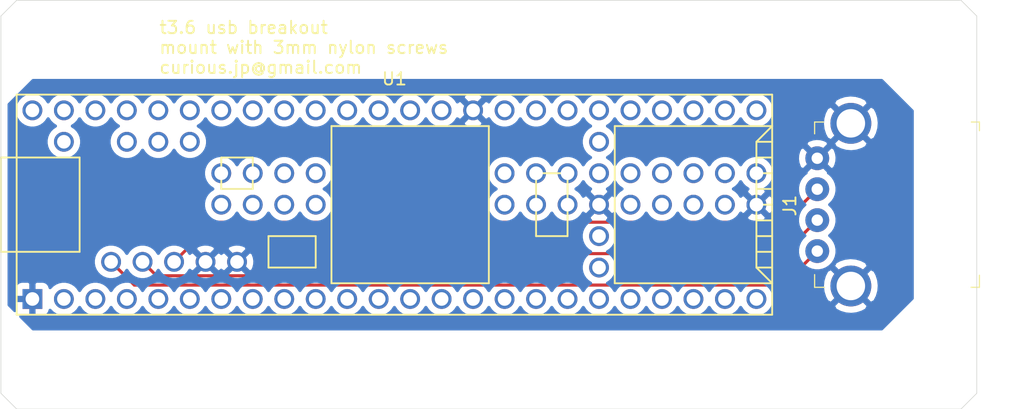
<source format=kicad_pcb>
(kicad_pcb (version 20171130) (host pcbnew "(5.1.2)-2")

  (general
    (thickness 1.6)
    (drawings 9)
    (tracks 14)
    (zones 0)
    (modules 6)
    (nets 82)
  )

  (page A4)
  (layers
    (0 F.Cu signal)
    (31 B.Cu signal)
    (32 B.Adhes user hide)
    (33 F.Adhes user hide)
    (34 B.Paste user hide)
    (35 F.Paste user hide)
    (36 B.SilkS user)
    (37 F.SilkS user)
    (38 B.Mask user)
    (39 F.Mask user)
    (40 Dwgs.User user hide)
    (41 Cmts.User user hide)
    (42 Eco1.User user hide)
    (43 Eco2.User user hide)
    (44 Edge.Cuts user)
    (45 Margin user hide)
    (46 B.CrtYd user hide)
    (47 F.CrtYd user)
    (48 B.Fab user hide)
    (49 F.Fab user hide)
  )

  (setup
    (last_trace_width 0.25)
    (trace_clearance 0.2)
    (zone_clearance 0.508)
    (zone_45_only no)
    (trace_min 0.2)
    (via_size 0.8)
    (via_drill 0.4)
    (via_min_size 0.4)
    (via_min_drill 0.3)
    (uvia_size 0.3)
    (uvia_drill 0.1)
    (uvias_allowed no)
    (uvia_min_size 0.2)
    (uvia_min_drill 0.1)
    (edge_width 0.05)
    (segment_width 0.2)
    (pcb_text_width 0.3)
    (pcb_text_size 1.5 1.5)
    (mod_edge_width 0.12)
    (mod_text_size 1 1)
    (mod_text_width 0.15)
    (pad_size 3.200001 3.200001)
    (pad_drill 3.200001)
    (pad_to_mask_clearance 0.051)
    (solder_mask_min_width 0.25)
    (aux_axis_origin 0 0)
    (visible_elements 7FFFFFFF)
    (pcbplotparams
      (layerselection 0x010f0_ffffffff)
      (usegerberextensions false)
      (usegerberattributes false)
      (usegerberadvancedattributes false)
      (creategerberjobfile false)
      (excludeedgelayer true)
      (linewidth 0.100000)
      (plotframeref false)
      (viasonmask false)
      (mode 1)
      (useauxorigin false)
      (hpglpennumber 1)
      (hpglpenspeed 20)
      (hpglpendiameter 15.000000)
      (psnegative false)
      (psa4output false)
      (plotreference true)
      (plotvalue true)
      (plotinvisibletext false)
      (padsonsilk false)
      (subtractmaskfromsilk false)
      (outputformat 1)
      (mirror false)
      (drillshape 0)
      (scaleselection 1)
      (outputdirectory ""))
  )

  (net 0 "")
  (net 1 GND)
  (net 2 "Net-(J1-Pad2)")
  (net 3 5V)
  (net 4 "Net-(U1-Pad17)")
  (net 5 "Net-(U1-Pad18)")
  (net 6 "Net-(U1-Pad19)")
  (net 7 "Net-(U1-Pad20)")
  (net 8 "Net-(U1-Pad16)")
  (net 9 "Net-(U1-Pad15)")
  (net 10 "Net-(U1-Pad14)")
  (net 11 "Net-(U1-Pad21)")
  (net 12 "Net-(U1-Pad22)")
  (net 13 "Net-(U1-Pad23)")
  (net 14 "Net-(U1-Pad24)")
  (net 15 "Net-(U1-Pad25)")
  (net 16 "Net-(U1-Pad26)")
  (net 17 "Net-(U1-Pad28)")
  (net 18 "Net-(U1-Pad29)")
  (net 19 "Net-(U1-Pad30)")
  (net 20 "Net-(U1-Pad31)")
  (net 21 "Net-(U1-Pad32)")
  (net 22 "Net-(U1-Pad33)")
  (net 23 "Net-(U1-Pad34)")
  (net 24 "Net-(U1-Pad35)")
  (net 25 "Net-(U1-Pad36)")
  (net 26 "Net-(U1-Pad37)")
  (net 27 "Net-(U1-Pad13)")
  (net 28 "Net-(U1-Pad12)")
  (net 29 "Net-(U1-Pad11)")
  (net 30 "Net-(U1-Pad10)")
  (net 31 "Net-(U1-Pad9)")
  (net 32 "Net-(U1-Pad8)")
  (net 33 "Net-(U1-Pad7)")
  (net 34 "Net-(U1-Pad6)")
  (net 35 "Net-(U1-Pad5)")
  (net 36 "Net-(U1-Pad4)")
  (net 37 "Net-(U1-Pad3)")
  (net 38 "Net-(U1-Pad38)")
  (net 39 "Net-(U1-Pad40)")
  (net 40 "Net-(U1-Pad41)")
  (net 41 "Net-(U1-Pad42)")
  (net 42 "Net-(U1-Pad43)")
  (net 43 "Net-(U1-Pad44)")
  (net 44 "Net-(U1-Pad45)")
  (net 45 "Net-(U1-Pad46)")
  (net 46 "Net-(U1-Pad47)")
  (net 47 "Net-(U1-Pad48)")
  (net 48 "Net-(U1-Pad49)")
  (net 49 "Net-(U1-Pad50)")
  (net 50 "Net-(U1-Pad51)")
  (net 51 "Net-(U1-Pad52)")
  (net 52 "Net-(U1-Pad53)")
  (net 53 "Net-(U1-Pad54)")
  (net 54 "Net-(U1-Pad55)")
  (net 55 "Net-(U1-Pad56)")
  (net 56 "Net-(U1-Pad57)")
  (net 57 "Net-(U1-Pad63)")
  (net 58 "Net-(U1-Pad64)")
  (net 59 "Net-(U1-Pad65)")
  (net 60 "Net-(U1-Pad66)")
  (net 61 "Net-(U1-Pad67)")
  (net 62 "Net-(U1-Pad68)")
  (net 63 "Net-(U1-Pad69)")
  (net 64 "Net-(U1-Pad70)")
  (net 65 "Net-(U1-Pad71)")
  (net 66 "Net-(U1-Pad72)")
  (net 67 "Net-(U1-Pad73)")
  (net 68 "Net-(U1-Pad75)")
  (net 69 "Net-(U1-Pad76)")
  (net 70 "Net-(U1-Pad77)")
  (net 71 "Net-(U1-Pad78)")
  (net 72 "Net-(U1-Pad79)")
  (net 73 "Net-(U1-Pad80)")
  (net 74 "Net-(U1-Pad81)")
  (net 75 "Net-(U1-Pad82)")
  (net 76 "Net-(U1-Pad83)")
  (net 77 "Net-(U1-Pad84)")
  (net 78 "Net-(U1-Pad85)")
  (net 79 "Net-(U1-Pad86)")
  (net 80 "Net-(U1-Pad2)")
  (net 81 "Net-(J1-Pad3)")

  (net_class Default "This is the default net class."
    (clearance 0.2)
    (trace_width 0.25)
    (via_dia 0.8)
    (via_drill 0.4)
    (uvia_dia 0.3)
    (uvia_drill 0.1)
    (add_net 5V)
    (add_net GND)
    (add_net "Net-(J1-Pad2)")
    (add_net "Net-(J1-Pad3)")
    (add_net "Net-(U1-Pad10)")
    (add_net "Net-(U1-Pad11)")
    (add_net "Net-(U1-Pad12)")
    (add_net "Net-(U1-Pad13)")
    (add_net "Net-(U1-Pad14)")
    (add_net "Net-(U1-Pad15)")
    (add_net "Net-(U1-Pad16)")
    (add_net "Net-(U1-Pad17)")
    (add_net "Net-(U1-Pad18)")
    (add_net "Net-(U1-Pad19)")
    (add_net "Net-(U1-Pad2)")
    (add_net "Net-(U1-Pad20)")
    (add_net "Net-(U1-Pad21)")
    (add_net "Net-(U1-Pad22)")
    (add_net "Net-(U1-Pad23)")
    (add_net "Net-(U1-Pad24)")
    (add_net "Net-(U1-Pad25)")
    (add_net "Net-(U1-Pad26)")
    (add_net "Net-(U1-Pad28)")
    (add_net "Net-(U1-Pad29)")
    (add_net "Net-(U1-Pad3)")
    (add_net "Net-(U1-Pad30)")
    (add_net "Net-(U1-Pad31)")
    (add_net "Net-(U1-Pad32)")
    (add_net "Net-(U1-Pad33)")
    (add_net "Net-(U1-Pad34)")
    (add_net "Net-(U1-Pad35)")
    (add_net "Net-(U1-Pad36)")
    (add_net "Net-(U1-Pad37)")
    (add_net "Net-(U1-Pad38)")
    (add_net "Net-(U1-Pad4)")
    (add_net "Net-(U1-Pad40)")
    (add_net "Net-(U1-Pad41)")
    (add_net "Net-(U1-Pad42)")
    (add_net "Net-(U1-Pad43)")
    (add_net "Net-(U1-Pad44)")
    (add_net "Net-(U1-Pad45)")
    (add_net "Net-(U1-Pad46)")
    (add_net "Net-(U1-Pad47)")
    (add_net "Net-(U1-Pad48)")
    (add_net "Net-(U1-Pad49)")
    (add_net "Net-(U1-Pad5)")
    (add_net "Net-(U1-Pad50)")
    (add_net "Net-(U1-Pad51)")
    (add_net "Net-(U1-Pad52)")
    (add_net "Net-(U1-Pad53)")
    (add_net "Net-(U1-Pad54)")
    (add_net "Net-(U1-Pad55)")
    (add_net "Net-(U1-Pad56)")
    (add_net "Net-(U1-Pad57)")
    (add_net "Net-(U1-Pad6)")
    (add_net "Net-(U1-Pad63)")
    (add_net "Net-(U1-Pad64)")
    (add_net "Net-(U1-Pad65)")
    (add_net "Net-(U1-Pad66)")
    (add_net "Net-(U1-Pad67)")
    (add_net "Net-(U1-Pad68)")
    (add_net "Net-(U1-Pad69)")
    (add_net "Net-(U1-Pad7)")
    (add_net "Net-(U1-Pad70)")
    (add_net "Net-(U1-Pad71)")
    (add_net "Net-(U1-Pad72)")
    (add_net "Net-(U1-Pad73)")
    (add_net "Net-(U1-Pad75)")
    (add_net "Net-(U1-Pad76)")
    (add_net "Net-(U1-Pad77)")
    (add_net "Net-(U1-Pad78)")
    (add_net "Net-(U1-Pad79)")
    (add_net "Net-(U1-Pad8)")
    (add_net "Net-(U1-Pad80)")
    (add_net "Net-(U1-Pad81)")
    (add_net "Net-(U1-Pad82)")
    (add_net "Net-(U1-Pad83)")
    (add_net "Net-(U1-Pad84)")
    (add_net "Net-(U1-Pad85)")
    (add_net "Net-(U1-Pad86)")
    (add_net "Net-(U1-Pad9)")
  )

  (module teensy:USB_A_Female_UE27AC54100-Modified (layer F.Cu) (tedit 5D21AE05) (tstamp 5D221C7D)
    (at 127 33.02 90)
    (path /5D217F78)
    (fp_text reference J1 (at -0.075 -4.925 90) (layer F.SilkS)
      (effects (font (size 1 1) (thickness 0.15)))
    )
    (fp_text value USB_A (at -0.375 17.925 90) (layer F.Fab)
      (effects (font (size 1 1) (thickness 0.15)))
    )
    (fp_line (start -6.55 -2.81) (end 6.55 -2.81) (layer F.Fab) (width 0.1))
    (fp_line (start 6.55 -2.8) (end 6.55 10.2) (layer F.Fab) (width 0.1))
    (fp_line (start -6.55 -2.8) (end -6.55 10.2) (layer F.Fab) (width 0.1))
    (fp_line (start -6.55 10.26) (end 6.55 10.26) (layer F.Fab) (width 0.1))
    (fp_line (start 6.675 -2.925) (end 6.675 -2.2) (layer F.SilkS) (width 0.1))
    (fp_line (start 5.725 -2.925) (end 6.675 -2.925) (layer F.SilkS) (width 0.1))
    (fp_line (start -6.675 -2.925) (end -6.675 -2.125) (layer F.SilkS) (width 0.1))
    (fp_line (start -5.65 -2.925) (end -6.675 -2.925) (layer F.SilkS) (width 0.1))
    (fp_line (start 6.675 10.375) (end 5.975 10.375) (layer F.SilkS) (width 0.1))
    (fp_line (start 6.675 9.725) (end 6.675 10.375) (layer F.SilkS) (width 0.1))
    (fp_line (start -6.675 10.375) (end -6.675 9.7) (layer F.SilkS) (width 0.1))
    (fp_line (start -5.7 10.375) (end -6.675 10.375) (layer F.SilkS) (width 0.1))
    (fp_line (start -8.45 -3.94) (end 8.45 -3.94) (layer F.CrtYd) (width 0.05))
    (fp_line (start 8.45 -3.94) (end 8.45 13.94) (layer F.CrtYd) (width 0.05))
    (fp_line (start -8.45 -3.94) (end -8.45 13.94) (layer F.CrtYd) (width 0.05))
    (fp_line (start -8.45 13.95) (end 8.45 13.95) (layer F.CrtYd) (width 0.05))
    (fp_text user %R (at -0.025 0.975 90) (layer F.Fab)
      (effects (font (size 1 1) (thickness 0.15)))
    )
    (pad 4 thru_hole circle (at 3.75 -2.71 90) (size 1.92 1.92) (drill 0.92) (layers *.Cu *.Mask)
      (net 1 GND))
    (pad 3 thru_hole circle (at 1.25 -2.71 90) (size 1.92 1.92) (drill 0.92) (layers *.Cu *.Mask)
      (net 81 "Net-(J1-Pad3)"))
    (pad 2 thru_hole circle (at -1.25 -2.71 90) (size 1.92 1.92) (drill 0.92) (layers *.Cu *.Mask)
      (net 2 "Net-(J1-Pad2)"))
    (pad 1 thru_hole circle (at -3.75 -2.71 90) (size 1.92 1.92) (drill 0.92) (layers *.Cu *.Mask)
      (net 3 5V))
    (pad 5 thru_hole circle (at 6.57 0 90) (size 3.3 3.3) (drill 2.3) (layers *.Cu *.Mask)
      (net 1 GND))
    (pad 5 thru_hole circle (at -6.57 0 90) (size 3.3 3.3) (drill 2.3) (layers *.Cu *.Mask)
      (net 1 GND))
  )

  (module MountingHole:MountingHole_3.2mm_M3 (layer F.Cu) (tedit 56D1B4CB) (tstamp 5D245E63)
    (at 129.54 20.32)
    (descr "Mounting Hole 3.2mm, no annular, M3")
    (tags "mounting hole 3.2mm no annular m3")
    (attr virtual)
    (fp_text reference SC2 (at 0 3.81) (layer Cmts.User)
      (effects (font (size 1 1) (thickness 0.15)))
    )
    (fp_text value MountingHole_3.2mm_M3 (at 0 4.2) (layer F.Fab)
      (effects (font (size 1 1) (thickness 0.15)))
    )
    (fp_circle (center 0 0) (end 3.45 0) (layer F.CrtYd) (width 0.05))
    (fp_circle (center 0 0) (end 3.2 0) (layer Cmts.User) (width 0.15))
    (fp_text user %R (at 0.3 0) (layer F.Fab)
      (effects (font (size 1 1) (thickness 0.15)))
    )
    (pad 1 np_thru_hole circle (at 0 0) (size 3.2 3.2) (drill 3.2) (layers *.Cu *.Mask))
  )

  (module MountingHole:MountingHole_3.2mm_M3 (layer F.Cu) (tedit 56D1B4CB) (tstamp 5D2225ED)
    (at 129.54 45.72)
    (descr "Mounting Hole 3.2mm, no annular, M3")
    (tags "mounting hole 3.2mm no annular m3")
    (attr virtual)
    (fp_text reference SC3 (at 0 -4.2) (layer Cmts.User)
      (effects (font (size 1 1) (thickness 0.15)))
    )
    (fp_text value MountingHole_3.2mm_M3 (at 0 4.2) (layer F.Fab)
      (effects (font (size 1 1) (thickness 0.15)))
    )
    (fp_circle (center 0 0) (end 3.45 0) (layer F.CrtYd) (width 0.05))
    (fp_circle (center 0 0) (end 3.2 0) (layer Cmts.User) (width 0.15))
    (fp_text user %R (at 0.3 0) (layer F.Fab)
      (effects (font (size 1 1) (thickness 0.15)))
    )
    (pad 1 np_thru_hole circle (at 0 0) (size 3.2 3.2) (drill 3.2) (layers *.Cu *.Mask))
  )

  (module MountingHole:MountingHole_3.2mm_M3 (layer F.Cu) (tedit 56D1B4CB) (tstamp 5D2225D0)
    (at 66.04 45.72)
    (descr "Mounting Hole 3.2mm, no annular, M3")
    (tags "mounting hole 3.2mm no annular m3")
    (attr virtual)
    (fp_text reference SC4 (at 0 -4.2) (layer Cmts.User)
      (effects (font (size 1 1) (thickness 0.15)))
    )
    (fp_text value MountingHole_3.2mm_M3 (at 0 4.2) (layer F.Fab)
      (effects (font (size 1 1) (thickness 0.15)))
    )
    (fp_circle (center 0 0) (end 3.45 0) (layer F.CrtYd) (width 0.05))
    (fp_circle (center 0 0) (end 3.2 0) (layer Cmts.User) (width 0.15))
    (fp_text user %R (at 0.3 0) (layer F.Fab)
      (effects (font (size 1 1) (thickness 0.15)))
    )
    (pad 1 np_thru_hole circle (at 0 0) (size 3.2 3.2) (drill 3.2) (layers *.Cu *.Mask))
  )

  (module MountingHole:MountingHole_3.2mm_M3 (layer F.Cu) (tedit 56D1B4CB) (tstamp 5D245F5F)
    (at 66.04 20.32)
    (descr "Mounting Hole 3.2mm, no annular, M3")
    (tags "mounting hole 3.2mm no annular m3")
    (attr virtual)
    (fp_text reference SC1 (at 0 3.81) (layer Cmts.User)
      (effects (font (size 1 1) (thickness 0.15)))
    )
    (fp_text value MountingHole_3.2mm_M3 (at 0 4.2) (layer F.Fab)
      (effects (font (size 1 1) (thickness 0.15)))
    )
    (fp_circle (center 0 0) (end 3.45 0) (layer F.CrtYd) (width 0.05))
    (fp_circle (center 0 0) (end 3.2 0) (layer Cmts.User) (width 0.15))
    (fp_text user %R (at 0.3 0) (layer F.Fab)
      (effects (font (size 1 1) (thickness 0.15)))
    )
    (pad 1 np_thru_hole circle (at 0 0) (size 3.2 3.2) (drill 3.2) (layers *.Cu *.Mask))
  )

  (module teensy:Teensy35_36 (layer F.Cu) (tedit 58E3CF68) (tstamp 5D221D33)
    (at 90.17 33.02)
    (path /5D21689F)
    (fp_text reference U1 (at 0 -10.16) (layer F.SilkS)
      (effects (font (size 1 1) (thickness 0.15)))
    )
    (fp_text value Teensy3.6 (at 0 10.16) (layer F.Fab)
      (effects (font (size 1 1) (thickness 0.15)))
    )
    (fp_line (start -13.97 -3.81) (end -13.97 -1.27) (layer F.SilkS) (width 0.15))
    (fp_line (start -13.97 -1.27) (end -11.43 -1.27) (layer F.SilkS) (width 0.15))
    (fp_line (start -11.43 -1.27) (end -11.43 -3.81) (layer F.SilkS) (width 0.15))
    (fp_line (start -11.43 -3.81) (end -13.97 -3.81) (layer F.SilkS) (width 0.15))
    (fp_line (start -6.35 5.08) (end -10.16 5.08) (layer F.SilkS) (width 0.15))
    (fp_line (start -10.16 5.08) (end -10.16 2.54) (layer F.SilkS) (width 0.15))
    (fp_line (start -10.16 2.54) (end -6.35 2.54) (layer F.SilkS) (width 0.15))
    (fp_line (start -6.35 2.54) (end -6.35 5.08) (layer F.SilkS) (width 0.15))
    (fp_line (start 7.62 6.35) (end 7.62 -6.35) (layer F.SilkS) (width 0.15))
    (fp_line (start -5.08 -6.35) (end -5.08 6.35) (layer F.SilkS) (width 0.15))
    (fp_line (start -5.08 6.35) (end 7.62 6.35) (layer F.SilkS) (width 0.15))
    (fp_line (start -5.08 -6.35) (end 7.62 -6.35) (layer F.SilkS) (width 0.15))
    (fp_line (start 29.21 5.08) (end 30.48 5.08) (layer F.SilkS) (width 0.15))
    (fp_line (start 29.21 3.81) (end 30.48 3.81) (layer F.SilkS) (width 0.15))
    (fp_line (start 29.21 2.54) (end 30.48 2.54) (layer F.SilkS) (width 0.15))
    (fp_line (start 29.21 1.27) (end 30.48 1.27) (layer F.SilkS) (width 0.15))
    (fp_line (start 29.21 0) (end 30.48 0) (layer F.SilkS) (width 0.15))
    (fp_line (start 29.21 -1.27) (end 30.48 -1.27) (layer F.SilkS) (width 0.15))
    (fp_line (start 29.21 -2.54) (end 30.48 -2.54) (layer F.SilkS) (width 0.15))
    (fp_line (start 29.21 -3.81) (end 30.48 -3.81) (layer F.SilkS) (width 0.15))
    (fp_line (start 29.21 -5.08) (end 30.48 -5.08) (layer F.SilkS) (width 0.15))
    (fp_line (start 30.48 6.35) (end 29.21 5.08) (layer F.SilkS) (width 0.15))
    (fp_line (start 29.21 5.08) (end 29.21 -5.08) (layer F.SilkS) (width 0.15))
    (fp_line (start 29.21 -5.08) (end 30.48 -6.35) (layer F.SilkS) (width 0.15))
    (fp_line (start 30.48 -6.35) (end 17.78 -6.35) (layer F.SilkS) (width 0.15))
    (fp_line (start 17.78 -6.35) (end 17.78 6.35) (layer F.SilkS) (width 0.15))
    (fp_line (start 17.78 6.35) (end 30.48 6.35) (layer F.SilkS) (width 0.15))
    (fp_line (start 30.48 -8.89) (end -30.48 -8.89) (layer F.SilkS) (width 0.15))
    (fp_line (start -30.48 8.89) (end 30.48 8.89) (layer F.SilkS) (width 0.15))
    (fp_line (start -30.48 3.81) (end -31.75 3.81) (layer F.SilkS) (width 0.15))
    (fp_line (start -31.75 3.81) (end -31.75 -3.81) (layer F.SilkS) (width 0.15))
    (fp_line (start -31.75 -3.81) (end -30.48 -3.81) (layer F.SilkS) (width 0.15))
    (fp_line (start -25.4 3.81) (end -25.4 -3.81) (layer F.SilkS) (width 0.15))
    (fp_line (start -25.4 -3.81) (end -30.48 -3.81) (layer F.SilkS) (width 0.15))
    (fp_line (start -25.4 3.81) (end -30.48 3.81) (layer F.SilkS) (width 0.15))
    (fp_line (start 13.97 -2.54) (end 13.97 2.54) (layer F.SilkS) (width 0.15))
    (fp_line (start 13.97 2.54) (end 11.43 2.54) (layer F.SilkS) (width 0.15))
    (fp_line (start 11.43 2.54) (end 11.43 -2.54) (layer F.SilkS) (width 0.15))
    (fp_line (start 11.43 -2.54) (end 13.97 -2.54) (layer F.SilkS) (width 0.15))
    (fp_line (start 30.48 -8.89) (end 30.48 8.89) (layer F.SilkS) (width 0.15))
    (fp_line (start -30.48 8.89) (end -30.48 -8.89) (layer F.SilkS) (width 0.15))
    (pad 17 thru_hole circle (at 11.43 7.62) (size 1.6 1.6) (drill 1.1) (layers *.Cu *.Mask)
      (net 4 "Net-(U1-Pad17)"))
    (pad 18 thru_hole circle (at 13.97 7.62) (size 1.6 1.6) (drill 1.1) (layers *.Cu *.Mask)
      (net 5 "Net-(U1-Pad18)"))
    (pad 19 thru_hole circle (at 16.51 7.62) (size 1.6 1.6) (drill 1.1) (layers *.Cu *.Mask)
      (net 6 "Net-(U1-Pad19)"))
    (pad 20 thru_hole circle (at 19.05 7.62) (size 1.6 1.6) (drill 1.1) (layers *.Cu *.Mask)
      (net 7 "Net-(U1-Pad20)"))
    (pad 16 thru_hole circle (at 8.89 7.62) (size 1.6 1.6) (drill 1.1) (layers *.Cu *.Mask)
      (net 8 "Net-(U1-Pad16)"))
    (pad 15 thru_hole circle (at 6.35 7.62) (size 1.6 1.6) (drill 1.1) (layers *.Cu *.Mask)
      (net 9 "Net-(U1-Pad15)"))
    (pad 14 thru_hole circle (at 3.81 7.62) (size 1.6 1.6) (drill 1.1) (layers *.Cu *.Mask)
      (net 10 "Net-(U1-Pad14)"))
    (pad 21 thru_hole circle (at 21.59 7.62) (size 1.6 1.6) (drill 1.1) (layers *.Cu *.Mask)
      (net 11 "Net-(U1-Pad21)"))
    (pad 22 thru_hole circle (at 24.13 7.62) (size 1.6 1.6) (drill 1.1) (layers *.Cu *.Mask)
      (net 12 "Net-(U1-Pad22)"))
    (pad 23 thru_hole circle (at 26.67 7.62) (size 1.6 1.6) (drill 1.1) (layers *.Cu *.Mask)
      (net 13 "Net-(U1-Pad23)"))
    (pad 24 thru_hole circle (at 29.21 7.62) (size 1.6 1.6) (drill 1.1) (layers *.Cu *.Mask)
      (net 14 "Net-(U1-Pad24)"))
    (pad 25 thru_hole circle (at 16.51 5.08) (size 1.6 1.6) (drill 1.1) (layers *.Cu *.Mask)
      (net 15 "Net-(U1-Pad25)"))
    (pad 26 thru_hole circle (at 16.51 2.54) (size 1.6 1.6) (drill 1.1) (layers *.Cu *.Mask)
      (net 16 "Net-(U1-Pad26)"))
    (pad 27 thru_hole circle (at 16.51 0) (size 1.6 1.6) (drill 1.1) (layers *.Cu *.Mask)
      (net 1 GND))
    (pad 28 thru_hole circle (at 16.51 -2.54) (size 1.6 1.6) (drill 1.1) (layers *.Cu *.Mask)
      (net 17 "Net-(U1-Pad28)"))
    (pad 29 thru_hole circle (at 16.51 -5.08) (size 1.6 1.6) (drill 1.1) (layers *.Cu *.Mask)
      (net 18 "Net-(U1-Pad29)"))
    (pad 30 thru_hole circle (at 29.21 -7.62) (size 1.6 1.6) (drill 1.1) (layers *.Cu *.Mask)
      (net 19 "Net-(U1-Pad30)"))
    (pad 31 thru_hole circle (at 26.67 -7.62) (size 1.6 1.6) (drill 1.1) (layers *.Cu *.Mask)
      (net 20 "Net-(U1-Pad31)"))
    (pad 32 thru_hole circle (at 24.13 -7.62) (size 1.6 1.6) (drill 1.1) (layers *.Cu *.Mask)
      (net 21 "Net-(U1-Pad32)"))
    (pad 33 thru_hole circle (at 21.59 -7.62) (size 1.6 1.6) (drill 1.1) (layers *.Cu *.Mask)
      (net 22 "Net-(U1-Pad33)"))
    (pad 34 thru_hole circle (at 19.05 -7.62) (size 1.6 1.6) (drill 1.1) (layers *.Cu *.Mask)
      (net 23 "Net-(U1-Pad34)"))
    (pad 35 thru_hole circle (at 16.51 -7.62) (size 1.6 1.6) (drill 1.1) (layers *.Cu *.Mask)
      (net 24 "Net-(U1-Pad35)"))
    (pad 36 thru_hole circle (at 13.97 -7.62) (size 1.6 1.6) (drill 1.1) (layers *.Cu *.Mask)
      (net 25 "Net-(U1-Pad36)"))
    (pad 37 thru_hole circle (at 11.43 -7.62) (size 1.6 1.6) (drill 1.1) (layers *.Cu *.Mask)
      (net 26 "Net-(U1-Pad37)"))
    (pad 13 thru_hole circle (at 1.27 7.62) (size 1.6 1.6) (drill 1.1) (layers *.Cu *.Mask)
      (net 27 "Net-(U1-Pad13)"))
    (pad 12 thru_hole circle (at -1.27 7.62) (size 1.6 1.6) (drill 1.1) (layers *.Cu *.Mask)
      (net 28 "Net-(U1-Pad12)"))
    (pad 11 thru_hole circle (at -3.81 7.62) (size 1.6 1.6) (drill 1.1) (layers *.Cu *.Mask)
      (net 29 "Net-(U1-Pad11)"))
    (pad 10 thru_hole circle (at -6.35 7.62) (size 1.6 1.6) (drill 1.1) (layers *.Cu *.Mask)
      (net 30 "Net-(U1-Pad10)"))
    (pad 9 thru_hole circle (at -8.89 7.62) (size 1.6 1.6) (drill 1.1) (layers *.Cu *.Mask)
      (net 31 "Net-(U1-Pad9)"))
    (pad 8 thru_hole circle (at -11.43 7.62) (size 1.6 1.6) (drill 1.1) (layers *.Cu *.Mask)
      (net 32 "Net-(U1-Pad8)"))
    (pad 7 thru_hole circle (at -13.97 7.62) (size 1.6 1.6) (drill 1.1) (layers *.Cu *.Mask)
      (net 33 "Net-(U1-Pad7)"))
    (pad 6 thru_hole circle (at -16.51 7.62) (size 1.6 1.6) (drill 1.1) (layers *.Cu *.Mask)
      (net 34 "Net-(U1-Pad6)"))
    (pad 5 thru_hole circle (at -19.05 7.62) (size 1.6 1.6) (drill 1.1) (layers *.Cu *.Mask)
      (net 35 "Net-(U1-Pad5)"))
    (pad 4 thru_hole circle (at -21.59 7.62) (size 1.6 1.6) (drill 1.1) (layers *.Cu *.Mask)
      (net 36 "Net-(U1-Pad4)"))
    (pad 3 thru_hole circle (at -24.13 7.62) (size 1.6 1.6) (drill 1.1) (layers *.Cu *.Mask)
      (net 37 "Net-(U1-Pad3)"))
    (pad 2 thru_hole circle (at -26.67 7.62) (size 1.6 1.6) (drill 1.1) (layers *.Cu *.Mask)
      (net 80 "Net-(U1-Pad2)"))
    (pad 1 thru_hole rect (at -29.21 7.62) (size 1.6 1.6) (drill 1.1) (layers *.Cu *.Mask)
      (net 1 GND))
    (pad 38 thru_hole circle (at 8.89 -7.62) (size 1.6 1.6) (drill 1.1) (layers *.Cu *.Mask)
      (net 38 "Net-(U1-Pad38)"))
    (pad 39 thru_hole circle (at 6.35 -7.62) (size 1.6 1.6) (drill 1.1) (layers *.Cu *.Mask)
      (net 1 GND))
    (pad 40 thru_hole circle (at 3.81 -7.62) (size 1.6 1.6) (drill 1.1) (layers *.Cu *.Mask)
      (net 39 "Net-(U1-Pad40)"))
    (pad 41 thru_hole circle (at 1.27 -7.62) (size 1.6 1.6) (drill 1.1) (layers *.Cu *.Mask)
      (net 40 "Net-(U1-Pad41)"))
    (pad 42 thru_hole circle (at -1.27 -7.62) (size 1.6 1.6) (drill 1.1) (layers *.Cu *.Mask)
      (net 41 "Net-(U1-Pad42)"))
    (pad 43 thru_hole circle (at -3.81 -7.62) (size 1.6 1.6) (drill 1.1) (layers *.Cu *.Mask)
      (net 42 "Net-(U1-Pad43)"))
    (pad 44 thru_hole circle (at -6.35 -7.62) (size 1.6 1.6) (drill 1.1) (layers *.Cu *.Mask)
      (net 43 "Net-(U1-Pad44)"))
    (pad 45 thru_hole circle (at -8.89 -7.62) (size 1.6 1.6) (drill 1.1) (layers *.Cu *.Mask)
      (net 44 "Net-(U1-Pad45)"))
    (pad 46 thru_hole circle (at -11.43 -7.62) (size 1.6 1.6) (drill 1.1) (layers *.Cu *.Mask)
      (net 45 "Net-(U1-Pad46)"))
    (pad 47 thru_hole circle (at -13.97 -7.62) (size 1.6 1.6) (drill 1.1) (layers *.Cu *.Mask)
      (net 46 "Net-(U1-Pad47)"))
    (pad 48 thru_hole circle (at -16.51 -7.62) (size 1.6 1.6) (drill 1.1) (layers *.Cu *.Mask)
      (net 47 "Net-(U1-Pad48)"))
    (pad 49 thru_hole circle (at -19.05 -7.62) (size 1.6 1.6) (drill 1.1) (layers *.Cu *.Mask)
      (net 48 "Net-(U1-Pad49)"))
    (pad 50 thru_hole circle (at -21.59 -7.62) (size 1.6 1.6) (drill 1.1) (layers *.Cu *.Mask)
      (net 49 "Net-(U1-Pad50)"))
    (pad 51 thru_hole circle (at -24.13 -7.62) (size 1.6 1.6) (drill 1.1) (layers *.Cu *.Mask)
      (net 50 "Net-(U1-Pad51)"))
    (pad 52 thru_hole circle (at -26.67 -7.62) (size 1.6 1.6) (drill 1.1) (layers *.Cu *.Mask)
      (net 51 "Net-(U1-Pad52)"))
    (pad 53 thru_hole circle (at -29.21 -7.62) (size 1.6 1.6) (drill 1.1) (layers *.Cu *.Mask)
      (net 52 "Net-(U1-Pad53)"))
    (pad 54 thru_hole circle (at -26.67 -5.08) (size 1.6 1.6) (drill 1.1) (layers *.Cu *.Mask)
      (net 53 "Net-(U1-Pad54)"))
    (pad 55 thru_hole circle (at -21.59 -5.08) (size 1.6 1.6) (drill 1.1) (layers *.Cu *.Mask)
      (net 54 "Net-(U1-Pad55)"))
    (pad 56 thru_hole circle (at -19.05 -5.08) (size 1.6 1.6) (drill 1.1) (layers *.Cu *.Mask)
      (net 55 "Net-(U1-Pad56)"))
    (pad 57 thru_hole circle (at -16.51 -5.08) (size 1.6 1.6) (drill 1.1) (layers *.Cu *.Mask)
      (net 56 "Net-(U1-Pad57)"))
    (pad 63 thru_hole circle (at -13.97 0) (size 1.6 1.6) (drill 1.1) (layers *.Cu *.Mask)
      (net 57 "Net-(U1-Pad63)"))
    (pad 64 thru_hole circle (at -11.43 0) (size 1.6 1.6) (drill 1.1) (layers *.Cu *.Mask)
      (net 58 "Net-(U1-Pad64)"))
    (pad 65 thru_hole circle (at -8.89 0) (size 1.6 1.6) (drill 1.1) (layers *.Cu *.Mask)
      (net 59 "Net-(U1-Pad65)"))
    (pad 66 thru_hole circle (at -6.35 0) (size 1.6 1.6) (drill 1.1) (layers *.Cu *.Mask)
      (net 60 "Net-(U1-Pad66)"))
    (pad 67 thru_hole circle (at 8.89 0) (size 1.6 1.6) (drill 1.1) (layers *.Cu *.Mask)
      (net 61 "Net-(U1-Pad67)"))
    (pad 68 thru_hole circle (at 11.43 0) (size 1.6 1.6) (drill 1.1) (layers *.Cu *.Mask)
      (net 62 "Net-(U1-Pad68)"))
    (pad 69 thru_hole circle (at 13.97 0) (size 1.6 1.6) (drill 1.1) (layers *.Cu *.Mask)
      (net 63 "Net-(U1-Pad69)"))
    (pad 70 thru_hole circle (at 19.05 0) (size 1.6 1.6) (drill 1.1) (layers *.Cu *.Mask)
      (net 64 "Net-(U1-Pad70)"))
    (pad 71 thru_hole circle (at 21.59 0) (size 1.6 1.6) (drill 1.1) (layers *.Cu *.Mask)
      (net 65 "Net-(U1-Pad71)"))
    (pad 72 thru_hole circle (at 24.13 0) (size 1.6 1.6) (drill 1.1) (layers *.Cu *.Mask)
      (net 66 "Net-(U1-Pad72)"))
    (pad 73 thru_hole circle (at 26.67 0) (size 1.6 1.6) (drill 1.1) (layers *.Cu *.Mask)
      (net 67 "Net-(U1-Pad73)"))
    (pad 74 thru_hole circle (at 29.21 0) (size 1.6 1.6) (drill 1.1) (layers *.Cu *.Mask)
      (net 1 GND))
    (pad 75 thru_hole circle (at 29.21 -2.54) (size 1.6 1.6) (drill 1.1) (layers *.Cu *.Mask)
      (net 68 "Net-(U1-Pad75)"))
    (pad 76 thru_hole circle (at 26.67 -2.54) (size 1.6 1.6) (drill 1.1) (layers *.Cu *.Mask)
      (net 69 "Net-(U1-Pad76)"))
    (pad 77 thru_hole circle (at 24.13 -2.54) (size 1.6 1.6) (drill 1.1) (layers *.Cu *.Mask)
      (net 70 "Net-(U1-Pad77)"))
    (pad 78 thru_hole circle (at 21.59 -2.54) (size 1.6 1.6) (drill 1.1) (layers *.Cu *.Mask)
      (net 71 "Net-(U1-Pad78)"))
    (pad 79 thru_hole circle (at 19.05 -2.54) (size 1.6 1.6) (drill 1.1) (layers *.Cu *.Mask)
      (net 72 "Net-(U1-Pad79)"))
    (pad 80 thru_hole circle (at 13.97 -2.54) (size 1.6 1.6) (drill 1.1) (layers *.Cu *.Mask)
      (net 73 "Net-(U1-Pad80)"))
    (pad 81 thru_hole circle (at 11.43 -2.54) (size 1.6 1.6) (drill 1.1) (layers *.Cu *.Mask)
      (net 74 "Net-(U1-Pad81)"))
    (pad 82 thru_hole circle (at 8.89 -2.54) (size 1.6 1.6) (drill 1.1) (layers *.Cu *.Mask)
      (net 75 "Net-(U1-Pad82)"))
    (pad 83 thru_hole circle (at -6.35 -2.54) (size 1.6 1.6) (drill 1.1) (layers *.Cu *.Mask)
      (net 76 "Net-(U1-Pad83)"))
    (pad 84 thru_hole circle (at -8.89 -2.54) (size 1.6 1.6) (drill 1.1) (layers *.Cu *.Mask)
      (net 77 "Net-(U1-Pad84)"))
    (pad 85 thru_hole circle (at -11.43 -2.54) (size 1.6 1.6) (drill 1.1) (layers *.Cu *.Mask)
      (net 78 "Net-(U1-Pad85)"))
    (pad 86 thru_hole circle (at -13.97 -2.54) (size 1.6 1.6) (drill 1.1) (layers *.Cu *.Mask)
      (net 79 "Net-(U1-Pad86)"))
    (pad 58 thru_hole circle (at -22.86 4.62) (size 1.6 1.6) (drill 1.1) (layers *.Cu *.Mask)
      (net 3 5V))
    (pad 59 thru_hole circle (at -20.32 4.62) (size 1.6 1.6) (drill 1.1) (layers *.Cu *.Mask)
      (net 2 "Net-(J1-Pad2)"))
    (pad 60 thru_hole circle (at -17.78 4.62) (size 1.6 1.6) (drill 1.1) (layers *.Cu *.Mask)
      (net 81 "Net-(J1-Pad3)"))
    (pad 61 thru_hole circle (at -15.24 4.62) (size 1.6 1.6) (drill 1.1) (layers *.Cu *.Mask)
      (net 1 GND))
    (pad 62 thru_hole circle (at -12.7 4.62) (size 1.6 1.6) (drill 1.1) (layers *.Cu *.Mask)
      (net 1 GND))
  )

  (gr_line (start 135.89 16.51) (end 59.69 16.51) (layer Edge.Cuts) (width 0.05) (tstamp 5D2467FA))
  (gr_line (start 59.69 49.53) (end 135.89 49.53) (layer Edge.Cuts) (width 0.05) (tstamp 5D2467F9))
  (gr_line (start 58.42 17.78) (end 59.69 16.51) (layer Edge.Cuts) (width 0.05) (tstamp 5D246716))
  (gr_line (start 58.42 48.26) (end 59.69 49.53) (layer Edge.Cuts) (width 0.05) (tstamp 5D246715))
  (gr_line (start 58.42 48.26) (end 58.42 17.78) (layer Edge.Cuts) (width 0.05) (tstamp 5D246714))
  (gr_line (start 137.16 48.26) (end 137.16 17.78) (layer Edge.Cuts) (width 0.05))
  (gr_line (start 135.89 49.53) (end 137.16 48.26) (layer Edge.Cuts) (width 0.05) (tstamp 5D2466FF))
  (gr_line (start 135.89 16.51) (end 137.16 17.78) (layer Edge.Cuts) (width 0.05))
  (gr_text "t3.6 usb breakout\nmount with 3mm nylon screws\ncurious.jp@gmail.com" (at 71.12 20.32) (layer F.SilkS) (tstamp 5D245F6E)
    (effects (font (size 1 1) (thickness 0.15)) (justify left))
  )

  (segment (start 123.330001 35.229999) (end 124.29 34.27) (width 0.25) (layer F.Cu) (net 2))
  (segment (start 121.585001 36.974999) (end 123.330001 35.229999) (width 0.25) (layer F.Cu) (net 2))
  (segment (start 103.599999 36.974999) (end 121.585001 36.974999) (width 0.25) (layer F.Cu) (net 2))
  (segment (start 101.809997 38.765001) (end 103.599999 36.974999) (width 0.25) (layer F.Cu) (net 2))
  (segment (start 70.975001 38.765001) (end 101.809997 38.765001) (width 0.25) (layer F.Cu) (net 2))
  (segment (start 69.85 37.64) (end 70.975001 38.765001) (width 0.25) (layer F.Cu) (net 2))
  (segment (start 123.330001 37.729999) (end 124.29 36.77) (width 0.25) (layer F.Cu) (net 3))
  (segment (start 121.545001 39.514999) (end 123.330001 37.729999) (width 0.25) (layer F.Cu) (net 3))
  (segment (start 69.184999 39.514999) (end 121.545001 39.514999) (width 0.25) (layer F.Cu) (net 3))
  (segment (start 67.31 37.64) (end 69.184999 39.514999) (width 0.25) (layer F.Cu) (net 3))
  (segment (start 123.330001 32.729999) (end 124.29 31.77) (width 0.25) (layer F.Cu) (net 81))
  (segment (start 121.625001 34.434999) (end 123.330001 32.729999) (width 0.25) (layer F.Cu) (net 81))
  (segment (start 75.595001 34.434999) (end 121.625001 34.434999) (width 0.25) (layer F.Cu) (net 81))
  (segment (start 72.39 37.64) (end 75.595001 34.434999) (width 0.25) (layer F.Cu) (net 81))

  (zone (net 1) (net_name GND) (layer B.Cu) (tstamp 5D246B23) (hatch edge 0.508)
    (connect_pads (clearance 0.508))
    (min_thickness 0.254)
    (fill yes (arc_segments 32) (thermal_gap 0.508) (thermal_bridge_width 0.508))
    (polygon
      (pts
        (xy 132.08 25.4) (xy 129.54 22.86) (xy 60.96 22.86) (xy 58.42 25.4) (xy 58.42 40.64)
        (xy 60.96 43.18) (xy 129.54 43.18) (xy 132.08 40.64)
      )
    )
    (filled_polygon
      (pts
        (xy 131.953 25.452606) (xy 131.953 40.587394) (xy 129.487394 43.053) (xy 61.012606 43.053) (xy 60.02102 42.061414)
        (xy 60.035518 42.065812) (xy 60.16 42.078072) (xy 60.67425 42.075) (xy 60.833 41.91625) (xy 60.833 40.767)
        (xy 59.68375 40.767) (xy 59.525 40.92575) (xy 59.521928 41.44) (xy 59.534188 41.564482) (xy 59.538586 41.57898)
        (xy 59.08 41.120394) (xy 59.08 39.84) (xy 59.521928 39.84) (xy 59.525 40.35425) (xy 59.68375 40.513)
        (xy 60.833 40.513) (xy 60.833 39.36375) (xy 61.087 39.36375) (xy 61.087 40.513) (xy 61.107 40.513)
        (xy 61.107 40.767) (xy 61.087 40.767) (xy 61.087 41.91625) (xy 61.24575 42.075) (xy 61.76 42.078072)
        (xy 61.884482 42.065812) (xy 62.00418 42.029502) (xy 62.114494 41.970537) (xy 62.211185 41.891185) (xy 62.290537 41.794494)
        (xy 62.349502 41.68418) (xy 62.385812 41.564482) (xy 62.386643 41.556039) (xy 62.585241 41.754637) (xy 62.820273 41.91168)
        (xy 63.081426 42.019853) (xy 63.358665 42.075) (xy 63.641335 42.075) (xy 63.918574 42.019853) (xy 64.179727 41.91168)
        (xy 64.414759 41.754637) (xy 64.614637 41.554759) (xy 64.77 41.322241) (xy 64.925363 41.554759) (xy 65.125241 41.754637)
        (xy 65.360273 41.91168) (xy 65.621426 42.019853) (xy 65.898665 42.075) (xy 66.181335 42.075) (xy 66.458574 42.019853)
        (xy 66.719727 41.91168) (xy 66.954759 41.754637) (xy 67.154637 41.554759) (xy 67.31 41.322241) (xy 67.465363 41.554759)
        (xy 67.665241 41.754637) (xy 67.900273 41.91168) (xy 68.161426 42.019853) (xy 68.438665 42.075) (xy 68.721335 42.075)
        (xy 68.998574 42.019853) (xy 69.259727 41.91168) (xy 69.494759 41.754637) (xy 69.694637 41.554759) (xy 69.85 41.322241)
        (xy 70.005363 41.554759) (xy 70.205241 41.754637) (xy 70.440273 41.91168) (xy 70.701426 42.019853) (xy 70.978665 42.075)
        (xy 71.261335 42.075) (xy 71.538574 42.019853) (xy 71.799727 41.91168) (xy 72.034759 41.754637) (xy 72.234637 41.554759)
        (xy 72.39 41.322241) (xy 72.545363 41.554759) (xy 72.745241 41.754637) (xy 72.980273 41.91168) (xy 73.241426 42.019853)
        (xy 73.518665 42.075) (xy 73.801335 42.075) (xy 74.078574 42.019853) (xy 74.339727 41.91168) (xy 74.574759 41.754637)
        (xy 74.774637 41.554759) (xy 74.93 41.322241) (xy 75.085363 41.554759) (xy 75.285241 41.754637) (xy 75.520273 41.91168)
        (xy 75.781426 42.019853) (xy 76.058665 42.075) (xy 76.341335 42.075) (xy 76.618574 42.019853) (xy 76.879727 41.91168)
        (xy 77.114759 41.754637) (xy 77.314637 41.554759) (xy 77.47 41.322241) (xy 77.625363 41.554759) (xy 77.825241 41.754637)
        (xy 78.060273 41.91168) (xy 78.321426 42.019853) (xy 78.598665 42.075) (xy 78.881335 42.075) (xy 79.158574 42.019853)
        (xy 79.419727 41.91168) (xy 79.654759 41.754637) (xy 79.854637 41.554759) (xy 80.01 41.322241) (xy 80.165363 41.554759)
        (xy 80.365241 41.754637) (xy 80.600273 41.91168) (xy 80.861426 42.019853) (xy 81.138665 42.075) (xy 81.421335 42.075)
        (xy 81.698574 42.019853) (xy 81.959727 41.91168) (xy 82.194759 41.754637) (xy 82.394637 41.554759) (xy 82.55 41.322241)
        (xy 82.705363 41.554759) (xy 82.905241 41.754637) (xy 83.140273 41.91168) (xy 83.401426 42.019853) (xy 83.678665 42.075)
        (xy 83.961335 42.075) (xy 84.238574 42.019853) (xy 84.499727 41.91168) (xy 84.734759 41.754637) (xy 84.934637 41.554759)
        (xy 85.09 41.322241) (xy 85.245363 41.554759) (xy 85.445241 41.754637) (xy 85.680273 41.91168) (xy 85.941426 42.019853)
        (xy 86.218665 42.075) (xy 86.501335 42.075) (xy 86.778574 42.019853) (xy 87.039727 41.91168) (xy 87.274759 41.754637)
        (xy 87.474637 41.554759) (xy 87.63 41.322241) (xy 87.785363 41.554759) (xy 87.985241 41.754637) (xy 88.220273 41.91168)
        (xy 88.481426 42.019853) (xy 88.758665 42.075) (xy 89.041335 42.075) (xy 89.318574 42.019853) (xy 89.579727 41.91168)
        (xy 89.814759 41.754637) (xy 90.014637 41.554759) (xy 90.17 41.322241) (xy 90.325363 41.554759) (xy 90.525241 41.754637)
        (xy 90.760273 41.91168) (xy 91.021426 42.019853) (xy 91.298665 42.075) (xy 91.581335 42.075) (xy 91.858574 42.019853)
        (xy 92.119727 41.91168) (xy 92.354759 41.754637) (xy 92.554637 41.554759) (xy 92.71 41.322241) (xy 92.865363 41.554759)
        (xy 93.065241 41.754637) (xy 93.300273 41.91168) (xy 93.561426 42.019853) (xy 93.838665 42.075) (xy 94.121335 42.075)
        (xy 94.398574 42.019853) (xy 94.659727 41.91168) (xy 94.894759 41.754637) (xy 95.094637 41.554759) (xy 95.25 41.322241)
        (xy 95.405363 41.554759) (xy 95.605241 41.754637) (xy 95.840273 41.91168) (xy 96.101426 42.019853) (xy 96.378665 42.075)
        (xy 96.661335 42.075) (xy 96.938574 42.019853) (xy 97.199727 41.91168) (xy 97.434759 41.754637) (xy 97.634637 41.554759)
        (xy 97.79 41.322241) (xy 97.945363 41.554759) (xy 98.145241 41.754637) (xy 98.380273 41.91168) (xy 98.641426 42.019853)
        (xy 98.918665 42.075) (xy 99.201335 42.075) (xy 99.478574 42.019853) (xy 99.739727 41.91168) (xy 99.974759 41.754637)
        (xy 100.174637 41.554759) (xy 100.33 41.322241) (xy 100.485363 41.554759) (xy 100.685241 41.754637) (xy 100.920273 41.91168)
        (xy 101.181426 42.019853) (xy 101.458665 42.075) (xy 101.741335 42.075) (xy 102.018574 42.019853) (xy 102.279727 41.91168)
        (xy 102.514759 41.754637) (xy 102.714637 41.554759) (xy 102.87 41.322241) (xy 103.025363 41.554759) (xy 103.225241 41.754637)
        (xy 103.460273 41.91168) (xy 103.721426 42.019853) (xy 103.998665 42.075) (xy 104.281335 42.075) (xy 104.558574 42.019853)
        (xy 104.819727 41.91168) (xy 105.054759 41.754637) (xy 105.254637 41.554759) (xy 105.41 41.322241) (xy 105.565363 41.554759)
        (xy 105.765241 41.754637) (xy 106.000273 41.91168) (xy 106.261426 42.019853) (xy 106.538665 42.075) (xy 106.821335 42.075)
        (xy 107.098574 42.019853) (xy 107.359727 41.91168) (xy 107.594759 41.754637) (xy 107.794637 41.554759) (xy 107.95 41.322241)
        (xy 108.105363 41.554759) (xy 108.305241 41.754637) (xy 108.540273 41.91168) (xy 108.801426 42.019853) (xy 109.078665 42.075)
        (xy 109.361335 42.075) (xy 109.638574 42.019853) (xy 109.899727 41.91168) (xy 110.134759 41.754637) (xy 110.334637 41.554759)
        (xy 110.49 41.322241) (xy 110.645363 41.554759) (xy 110.845241 41.754637) (xy 111.080273 41.91168) (xy 111.341426 42.019853)
        (xy 111.618665 42.075) (xy 111.901335 42.075) (xy 112.178574 42.019853) (xy 112.439727 41.91168) (xy 112.674759 41.754637)
        (xy 112.874637 41.554759) (xy 113.03 41.322241) (xy 113.185363 41.554759) (xy 113.385241 41.754637) (xy 113.620273 41.91168)
        (xy 113.881426 42.019853) (xy 114.158665 42.075) (xy 114.441335 42.075) (xy 114.718574 42.019853) (xy 114.979727 41.91168)
        (xy 115.214759 41.754637) (xy 115.414637 41.554759) (xy 115.57 41.322241) (xy 115.725363 41.554759) (xy 115.925241 41.754637)
        (xy 116.160273 41.91168) (xy 116.421426 42.019853) (xy 116.698665 42.075) (xy 116.981335 42.075) (xy 117.258574 42.019853)
        (xy 117.519727 41.91168) (xy 117.754759 41.754637) (xy 117.954637 41.554759) (xy 118.11 41.322241) (xy 118.265363 41.554759)
        (xy 118.465241 41.754637) (xy 118.700273 41.91168) (xy 118.961426 42.019853) (xy 119.238665 42.075) (xy 119.521335 42.075)
        (xy 119.798574 42.019853) (xy 120.059727 41.91168) (xy 120.294759 41.754637) (xy 120.494637 41.554759) (xy 120.65168 41.319727)
        (xy 120.706062 41.188435) (xy 125.58117 41.188435) (xy 125.755223 41.519354) (xy 126.15554 41.725125) (xy 126.588308 41.848846)
        (xy 127.036898 41.885759) (xy 127.48407 41.834449) (xy 127.912639 41.696885) (xy 128.244777 41.519354) (xy 128.41883 41.188435)
        (xy 127 39.769605) (xy 125.58117 41.188435) (xy 120.706062 41.188435) (xy 120.759853 41.058574) (xy 120.815 40.781335)
        (xy 120.815 40.498665) (xy 120.759853 40.221426) (xy 120.65168 39.960273) (xy 120.494637 39.725241) (xy 120.396294 39.626898)
        (xy 124.704241 39.626898) (xy 124.755551 40.07407) (xy 124.893115 40.502639) (xy 125.070646 40.834777) (xy 125.401565 41.00883)
        (xy 126.820395 39.59) (xy 127.179605 39.59) (xy 128.598435 41.00883) (xy 128.929354 40.834777) (xy 129.135125 40.43446)
        (xy 129.258846 40.001692) (xy 129.295759 39.553102) (xy 129.244449 39.10593) (xy 129.106885 38.677361) (xy 128.929354 38.345223)
        (xy 128.598435 38.17117) (xy 127.179605 39.59) (xy 126.820395 39.59) (xy 125.401565 38.17117) (xy 125.070646 38.345223)
        (xy 124.864875 38.74554) (xy 124.741154 39.178308) (xy 124.704241 39.626898) (xy 120.396294 39.626898) (xy 120.294759 39.525363)
        (xy 120.059727 39.36832) (xy 119.798574 39.260147) (xy 119.521335 39.205) (xy 119.238665 39.205) (xy 118.961426 39.260147)
        (xy 118.700273 39.36832) (xy 118.465241 39.525363) (xy 118.265363 39.725241) (xy 118.11 39.957759) (xy 117.954637 39.725241)
        (xy 117.754759 39.525363) (xy 117.519727 39.36832) (xy 117.258574 39.260147) (xy 116.981335 39.205) (xy 116.698665 39.205)
        (xy 116.421426 39.260147) (xy 116.160273 39.36832) (xy 115.925241 39.525363) (xy 115.725363 39.725241) (xy 115.57 39.957759)
        (xy 115.414637 39.725241) (xy 115.214759 39.525363) (xy 114.979727 39.36832) (xy 114.718574 39.260147) (xy 114.441335 39.205)
        (xy 114.158665 39.205) (xy 113.881426 39.260147) (xy 113.620273 39.36832) (xy 113.385241 39.525363) (xy 113.185363 39.725241)
        (xy 113.03 39.957759) (xy 112.874637 39.725241) (xy 112.674759 39.525363) (xy 112.439727 39.36832) (xy 112.178574 39.260147)
        (xy 111.901335 39.205) (xy 111.618665 39.205) (xy 111.341426 39.260147) (xy 111.080273 39.36832) (xy 110.845241 39.525363)
        (xy 110.645363 39.725241) (xy 110.49 39.957759) (xy 110.334637 39.725241) (xy 110.134759 39.525363) (xy 109.899727 39.36832)
        (xy 109.638574 39.260147) (xy 109.361335 39.205) (xy 109.078665 39.205) (xy 108.801426 39.260147) (xy 108.540273 39.36832)
        (xy 108.305241 39.525363) (xy 108.105363 39.725241) (xy 107.95 39.957759) (xy 107.794637 39.725241) (xy 107.594759 39.525363)
        (xy 107.362241 39.37) (xy 107.594759 39.214637) (xy 107.794637 39.014759) (xy 107.95168 38.779727) (xy 108.059853 38.518574)
        (xy 108.115 38.241335) (xy 108.115 37.958665) (xy 108.059853 37.681426) (xy 107.95168 37.420273) (xy 107.794637 37.185241)
        (xy 107.594759 36.985363) (xy 107.362241 36.83) (xy 107.594759 36.674637) (xy 107.794637 36.474759) (xy 107.95168 36.239727)
        (xy 108.059853 35.978574) (xy 108.115 35.701335) (xy 108.115 35.418665) (xy 108.059853 35.141426) (xy 107.95168 34.880273)
        (xy 107.794637 34.645241) (xy 107.594759 34.445363) (xy 107.360872 34.289085) (xy 107.421514 34.256671) (xy 107.493097 34.012702)
        (xy 106.68 33.199605) (xy 105.866903 34.012702) (xy 105.938486 34.256671) (xy 106.002992 34.287194) (xy 106.000273 34.28832)
        (xy 105.765241 34.445363) (xy 105.565363 34.645241) (xy 105.40832 34.880273) (xy 105.300147 35.141426) (xy 105.245 35.418665)
        (xy 105.245 35.701335) (xy 105.300147 35.978574) (xy 105.40832 36.239727) (xy 105.565363 36.474759) (xy 105.765241 36.674637)
        (xy 105.997759 36.83) (xy 105.765241 36.985363) (xy 105.565363 37.185241) (xy 105.40832 37.420273) (xy 105.300147 37.681426)
        (xy 105.245 37.958665) (xy 105.245 38.241335) (xy 105.300147 38.518574) (xy 105.40832 38.779727) (xy 105.565363 39.014759)
        (xy 105.765241 39.214637) (xy 105.997759 39.37) (xy 105.765241 39.525363) (xy 105.565363 39.725241) (xy 105.41 39.957759)
        (xy 105.254637 39.725241) (xy 105.054759 39.525363) (xy 104.819727 39.36832) (xy 104.558574 39.260147) (xy 104.281335 39.205)
        (xy 103.998665 39.205) (xy 103.721426 39.260147) (xy 103.460273 39.36832) (xy 103.225241 39.525363) (xy 103.025363 39.725241)
        (xy 102.87 39.957759) (xy 102.714637 39.725241) (xy 102.514759 39.525363) (xy 102.279727 39.36832) (xy 102.018574 39.260147)
        (xy 101.741335 39.205) (xy 101.458665 39.205) (xy 101.181426 39.260147) (xy 100.920273 39.36832) (xy 100.685241 39.525363)
        (xy 100.485363 39.725241) (xy 100.33 39.957759) (xy 100.174637 39.725241) (xy 99.974759 39.525363) (xy 99.739727 39.36832)
        (xy 99.478574 39.260147) (xy 99.201335 39.205) (xy 98.918665 39.205) (xy 98.641426 39.260147) (xy 98.380273 39.36832)
        (xy 98.145241 39.525363) (xy 97.945363 39.725241) (xy 97.79 39.957759) (xy 97.634637 39.725241) (xy 97.434759 39.525363)
        (xy 97.199727 39.36832) (xy 96.938574 39.260147) (xy 96.661335 39.205) (xy 96.378665 39.205) (xy 96.101426 39.260147)
        (xy 95.840273 39.36832) (xy 95.605241 39.525363) (xy 95.405363 39.725241) (xy 95.25 39.957759) (xy 95.094637 39.725241)
        (xy 94.894759 39.525363) (xy 94.659727 39.36832) (xy 94.398574 39.260147) (xy 94.121335 39.205) (xy 93.838665 39.205)
        (xy 93.561426 39.260147) (xy 93.300273 39.36832) (xy 93.065241 39.525363) (xy 92.865363 39.725241) (xy 92.71 39.957759)
        (xy 92.554637 39.725241) (xy 92.354759 39.525363) (xy 92.119727 39.36832) (xy 91.858574 39.260147) (xy 91.581335 39.205)
        (xy 91.298665 39.205) (xy 91.021426 39.260147) (xy 90.760273 39.36832) (xy 90.525241 39.525363) (xy 90.325363 39.725241)
        (xy 90.17 39.957759) (xy 90.014637 39.725241) (xy 89.814759 39.525363) (xy 89.579727 39.36832) (xy 89.318574 39.260147)
        (xy 89.041335 39.205) (xy 88.758665 39.205) (xy 88.481426 39.260147) (xy 88.220273 39.36832) (xy 87.985241 39.525363)
        (xy 87.785363 39.725241) (xy 87.63 39.957759) (xy 87.474637 39.725241) (xy 87.274759 39.525363) (xy 87.039727 39.36832)
        (xy 86.778574 39.260147) (xy 86.501335 39.205) (xy 86.218665 39.205) (xy 85.941426 39.260147) (xy 85.680273 39.36832)
        (xy 85.445241 39.525363) (xy 85.245363 39.725241) (xy 85.09 39.957759) (xy 84.934637 39.725241) (xy 84.734759 39.525363)
        (xy 84.499727 39.36832) (xy 84.238574 39.260147) (xy 83.961335 39.205) (xy 83.678665 39.205) (xy 83.401426 39.260147)
        (xy 83.140273 39.36832) (xy 82.905241 39.525363) (xy 82.705363 39.725241) (xy 82.55 39.957759) (xy 82.394637 39.725241)
        (xy 82.194759 39.525363) (xy 81.959727 39.36832) (xy 81.698574 39.260147) (xy 81.421335 39.205) (xy 81.138665 39.205)
        (xy 80.861426 39.260147) (xy 80.600273 39.36832) (xy 80.365241 39.525363) (xy 80.165363 39.725241) (xy 80.01 39.957759)
        (xy 79.854637 39.725241) (xy 79.654759 39.525363) (xy 79.419727 39.36832) (xy 79.158574 39.260147) (xy 78.881335 39.205)
        (xy 78.598665 39.205) (xy 78.321426 39.260147) (xy 78.060273 39.36832) (xy 77.825241 39.525363) (xy 77.625363 39.725241)
        (xy 77.47 39.957759) (xy 77.314637 39.725241) (xy 77.114759 39.525363) (xy 76.879727 39.36832) (xy 76.618574 39.260147)
        (xy 76.341335 39.205) (xy 76.058665 39.205) (xy 75.781426 39.260147) (xy 75.520273 39.36832) (xy 75.285241 39.525363)
        (xy 75.085363 39.725241) (xy 74.93 39.957759) (xy 74.774637 39.725241) (xy 74.574759 39.525363) (xy 74.339727 39.36832)
        (xy 74.078574 39.260147) (xy 73.801335 39.205) (xy 73.518665 39.205) (xy 73.241426 39.260147) (xy 72.980273 39.36832)
        (xy 72.745241 39.525363) (xy 72.545363 39.725241) (xy 72.39 39.957759) (xy 72.234637 39.725241) (xy 72.034759 39.525363)
        (xy 71.799727 39.36832) (xy 71.538574 39.260147) (xy 71.261335 39.205) (xy 70.978665 39.205) (xy 70.701426 39.260147)
        (xy 70.440273 39.36832) (xy 70.205241 39.525363) (xy 70.005363 39.725241) (xy 69.85 39.957759) (xy 69.694637 39.725241)
        (xy 69.494759 39.525363) (xy 69.259727 39.36832) (xy 68.998574 39.260147) (xy 68.721335 39.205) (xy 68.438665 39.205)
        (xy 68.161426 39.260147) (xy 67.900273 39.36832) (xy 67.665241 39.525363) (xy 67.465363 39.725241) (xy 67.31 39.957759)
        (xy 67.154637 39.725241) (xy 66.954759 39.525363) (xy 66.719727 39.36832) (xy 66.458574 39.260147) (xy 66.181335 39.205)
        (xy 65.898665 39.205) (xy 65.621426 39.260147) (xy 65.360273 39.36832) (xy 65.125241 39.525363) (xy 64.925363 39.725241)
        (xy 64.77 39.957759) (xy 64.614637 39.725241) (xy 64.414759 39.525363) (xy 64.179727 39.36832) (xy 63.918574 39.260147)
        (xy 63.641335 39.205) (xy 63.358665 39.205) (xy 63.081426 39.260147) (xy 62.820273 39.36832) (xy 62.585241 39.525363)
        (xy 62.386643 39.723961) (xy 62.385812 39.715518) (xy 62.349502 39.59582) (xy 62.290537 39.485506) (xy 62.211185 39.388815)
        (xy 62.114494 39.309463) (xy 62.00418 39.250498) (xy 61.884482 39.214188) (xy 61.76 39.201928) (xy 61.24575 39.205)
        (xy 61.087 39.36375) (xy 60.833 39.36375) (xy 60.67425 39.205) (xy 60.16 39.201928) (xy 60.035518 39.214188)
        (xy 59.91582 39.250498) (xy 59.805506 39.309463) (xy 59.708815 39.388815) (xy 59.629463 39.485506) (xy 59.570498 39.59582)
        (xy 59.534188 39.715518) (xy 59.521928 39.84) (xy 59.08 39.84) (xy 59.08 37.498665) (xy 65.875 37.498665)
        (xy 65.875 37.781335) (xy 65.930147 38.058574) (xy 66.03832 38.319727) (xy 66.195363 38.554759) (xy 66.395241 38.754637)
        (xy 66.630273 38.91168) (xy 66.891426 39.019853) (xy 67.168665 39.075) (xy 67.451335 39.075) (xy 67.728574 39.019853)
        (xy 67.989727 38.91168) (xy 68.224759 38.754637) (xy 68.424637 38.554759) (xy 68.58 38.322241) (xy 68.735363 38.554759)
        (xy 68.935241 38.754637) (xy 69.170273 38.91168) (xy 69.431426 39.019853) (xy 69.708665 39.075) (xy 69.991335 39.075)
        (xy 70.268574 39.019853) (xy 70.529727 38.91168) (xy 70.764759 38.754637) (xy 70.964637 38.554759) (xy 71.12 38.322241)
        (xy 71.275363 38.554759) (xy 71.475241 38.754637) (xy 71.710273 38.91168) (xy 71.971426 39.019853) (xy 72.248665 39.075)
        (xy 72.531335 39.075) (xy 72.808574 39.019853) (xy 73.069727 38.91168) (xy 73.304759 38.754637) (xy 73.426694 38.632702)
        (xy 74.116903 38.632702) (xy 74.188486 38.876671) (xy 74.443996 38.997571) (xy 74.718184 39.0663) (xy 75.000512 39.080217)
        (xy 75.28013 39.038787) (xy 75.546292 38.943603) (xy 75.671514 38.876671) (xy 75.743097 38.632702) (xy 76.656903 38.632702)
        (xy 76.728486 38.876671) (xy 76.983996 38.997571) (xy 77.258184 39.0663) (xy 77.540512 39.080217) (xy 77.82013 39.038787)
        (xy 78.086292 38.943603) (xy 78.211514 38.876671) (xy 78.283097 38.632702) (xy 77.47 37.819605) (xy 76.656903 38.632702)
        (xy 75.743097 38.632702) (xy 74.93 37.819605) (xy 74.116903 38.632702) (xy 73.426694 38.632702) (xy 73.504637 38.554759)
        (xy 73.660915 38.320872) (xy 73.693329 38.381514) (xy 73.937298 38.453097) (xy 74.750395 37.64) (xy 75.109605 37.64)
        (xy 75.922702 38.453097) (xy 76.166671 38.381514) (xy 76.197971 38.315364) (xy 76.233329 38.381514) (xy 76.477298 38.453097)
        (xy 77.290395 37.64) (xy 77.649605 37.64) (xy 78.462702 38.453097) (xy 78.706671 38.381514) (xy 78.827571 38.126004)
        (xy 78.8963 37.851816) (xy 78.910217 37.569488) (xy 78.868787 37.28987) (xy 78.773603 37.023708) (xy 78.706671 36.898486)
        (xy 78.462702 36.826903) (xy 77.649605 37.64) (xy 77.290395 37.64) (xy 76.477298 36.826903) (xy 76.233329 36.898486)
        (xy 76.202029 36.964636) (xy 76.166671 36.898486) (xy 75.922702 36.826903) (xy 75.109605 37.64) (xy 74.750395 37.64)
        (xy 73.937298 36.826903) (xy 73.693329 36.898486) (xy 73.662806 36.962992) (xy 73.66168 36.960273) (xy 73.504637 36.725241)
        (xy 73.426694 36.647298) (xy 74.116903 36.647298) (xy 74.93 37.460395) (xy 75.743097 36.647298) (xy 76.656903 36.647298)
        (xy 77.47 37.460395) (xy 78.283097 36.647298) (xy 78.211514 36.403329) (xy 77.956004 36.282429) (xy 77.681816 36.2137)
        (xy 77.399488 36.199783) (xy 77.11987 36.241213) (xy 76.853708 36.336397) (xy 76.728486 36.403329) (xy 76.656903 36.647298)
        (xy 75.743097 36.647298) (xy 75.671514 36.403329) (xy 75.416004 36.282429) (xy 75.141816 36.2137) (xy 74.859488 36.199783)
        (xy 74.57987 36.241213) (xy 74.313708 36.336397) (xy 74.188486 36.403329) (xy 74.116903 36.647298) (xy 73.426694 36.647298)
        (xy 73.304759 36.525363) (xy 73.069727 36.36832) (xy 72.808574 36.260147) (xy 72.531335 36.205) (xy 72.248665 36.205)
        (xy 71.971426 36.260147) (xy 71.710273 36.36832) (xy 71.475241 36.525363) (xy 71.275363 36.725241) (xy 71.12 36.957759)
        (xy 70.964637 36.725241) (xy 70.764759 36.525363) (xy 70.529727 36.36832) (xy 70.268574 36.260147) (xy 69.991335 36.205)
        (xy 69.708665 36.205) (xy 69.431426 36.260147) (xy 69.170273 36.36832) (xy 68.935241 36.525363) (xy 68.735363 36.725241)
        (xy 68.58 36.957759) (xy 68.424637 36.725241) (xy 68.224759 36.525363) (xy 67.989727 36.36832) (xy 67.728574 36.260147)
        (xy 67.451335 36.205) (xy 67.168665 36.205) (xy 66.891426 36.260147) (xy 66.630273 36.36832) (xy 66.395241 36.525363)
        (xy 66.195363 36.725241) (xy 66.03832 36.960273) (xy 65.930147 37.221426) (xy 65.875 37.498665) (xy 59.08 37.498665)
        (xy 59.08 30.338665) (xy 74.765 30.338665) (xy 74.765 30.621335) (xy 74.820147 30.898574) (xy 74.92832 31.159727)
        (xy 75.085363 31.394759) (xy 75.285241 31.594637) (xy 75.517759 31.75) (xy 75.285241 31.905363) (xy 75.085363 32.105241)
        (xy 74.92832 32.340273) (xy 74.820147 32.601426) (xy 74.765 32.878665) (xy 74.765 33.161335) (xy 74.820147 33.438574)
        (xy 74.92832 33.699727) (xy 75.085363 33.934759) (xy 75.285241 34.134637) (xy 75.520273 34.29168) (xy 75.781426 34.399853)
        (xy 76.058665 34.455) (xy 76.341335 34.455) (xy 76.618574 34.399853) (xy 76.879727 34.29168) (xy 77.114759 34.134637)
        (xy 77.314637 33.934759) (xy 77.47 33.702241) (xy 77.625363 33.934759) (xy 77.825241 34.134637) (xy 78.060273 34.29168)
        (xy 78.321426 34.399853) (xy 78.598665 34.455) (xy 78.881335 34.455) (xy 79.158574 34.399853) (xy 79.419727 34.29168)
        (xy 79.654759 34.134637) (xy 79.854637 33.934759) (xy 80.01 33.702241) (xy 80.165363 33.934759) (xy 80.365241 34.134637)
        (xy 80.600273 34.29168) (xy 80.861426 34.399853) (xy 81.138665 34.455) (xy 81.421335 34.455) (xy 81.698574 34.399853)
        (xy 81.959727 34.29168) (xy 82.194759 34.134637) (xy 82.394637 33.934759) (xy 82.55 33.702241) (xy 82.705363 33.934759)
        (xy 82.905241 34.134637) (xy 83.140273 34.29168) (xy 83.401426 34.399853) (xy 83.678665 34.455) (xy 83.961335 34.455)
        (xy 84.238574 34.399853) (xy 84.499727 34.29168) (xy 84.734759 34.134637) (xy 84.934637 33.934759) (xy 85.09168 33.699727)
        (xy 85.199853 33.438574) (xy 85.255 33.161335) (xy 85.255 32.878665) (xy 85.199853 32.601426) (xy 85.09168 32.340273)
        (xy 84.934637 32.105241) (xy 84.734759 31.905363) (xy 84.502241 31.75) (xy 84.734759 31.594637) (xy 84.934637 31.394759)
        (xy 85.09168 31.159727) (xy 85.199853 30.898574) (xy 85.255 30.621335) (xy 85.255 30.338665) (xy 85.199853 30.061426)
        (xy 85.09168 29.800273) (xy 84.934637 29.565241) (xy 84.734759 29.365363) (xy 84.499727 29.20832) (xy 84.238574 29.100147)
        (xy 83.961335 29.045) (xy 83.678665 29.045) (xy 83.401426 29.100147) (xy 83.140273 29.20832) (xy 82.905241 29.365363)
        (xy 82.705363 29.565241) (xy 82.55 29.797759) (xy 82.394637 29.565241) (xy 82.194759 29.365363) (xy 81.959727 29.20832)
        (xy 81.698574 29.100147) (xy 81.421335 29.045) (xy 81.138665 29.045) (xy 80.861426 29.100147) (xy 80.600273 29.20832)
        (xy 80.365241 29.365363) (xy 80.165363 29.565241) (xy 80.01 29.797759) (xy 79.854637 29.565241) (xy 79.654759 29.365363)
        (xy 79.419727 29.20832) (xy 79.158574 29.100147) (xy 78.881335 29.045) (xy 78.598665 29.045) (xy 78.321426 29.100147)
        (xy 78.060273 29.20832) (xy 77.825241 29.365363) (xy 77.625363 29.565241) (xy 77.47 29.797759) (xy 77.314637 29.565241)
        (xy 77.114759 29.365363) (xy 76.879727 29.20832) (xy 76.618574 29.100147) (xy 76.341335 29.045) (xy 76.058665 29.045)
        (xy 75.781426 29.100147) (xy 75.520273 29.20832) (xy 75.285241 29.365363) (xy 75.085363 29.565241) (xy 74.92832 29.800273)
        (xy 74.820147 30.061426) (xy 74.765 30.338665) (xy 59.08 30.338665) (xy 59.08 25.258665) (xy 59.525 25.258665)
        (xy 59.525 25.541335) (xy 59.580147 25.818574) (xy 59.68832 26.079727) (xy 59.845363 26.314759) (xy 60.045241 26.514637)
        (xy 60.280273 26.67168) (xy 60.541426 26.779853) (xy 60.818665 26.835) (xy 61.101335 26.835) (xy 61.378574 26.779853)
        (xy 61.639727 26.67168) (xy 61.874759 26.514637) (xy 62.074637 26.314759) (xy 62.23 26.082241) (xy 62.385363 26.314759)
        (xy 62.585241 26.514637) (xy 62.817759 26.67) (xy 62.585241 26.825363) (xy 62.385363 27.025241) (xy 62.22832 27.260273)
        (xy 62.120147 27.521426) (xy 62.065 27.798665) (xy 62.065 28.081335) (xy 62.120147 28.358574) (xy 62.22832 28.619727)
        (xy 62.385363 28.854759) (xy 62.585241 29.054637) (xy 62.820273 29.21168) (xy 63.081426 29.319853) (xy 63.358665 29.375)
        (xy 63.641335 29.375) (xy 63.918574 29.319853) (xy 64.179727 29.21168) (xy 64.414759 29.054637) (xy 64.614637 28.854759)
        (xy 64.77168 28.619727) (xy 64.879853 28.358574) (xy 64.935 28.081335) (xy 64.935 27.798665) (xy 64.879853 27.521426)
        (xy 64.77168 27.260273) (xy 64.614637 27.025241) (xy 64.414759 26.825363) (xy 64.182241 26.67) (xy 64.414759 26.514637)
        (xy 64.614637 26.314759) (xy 64.77 26.082241) (xy 64.925363 26.314759) (xy 65.125241 26.514637) (xy 65.360273 26.67168)
        (xy 65.621426 26.779853) (xy 65.898665 26.835) (xy 66.181335 26.835) (xy 66.458574 26.779853) (xy 66.719727 26.67168)
        (xy 66.954759 26.514637) (xy 67.154637 26.314759) (xy 67.31 26.082241) (xy 67.465363 26.314759) (xy 67.665241 26.514637)
        (xy 67.897759 26.67) (xy 67.665241 26.825363) (xy 67.465363 27.025241) (xy 67.30832 27.260273) (xy 67.200147 27.521426)
        (xy 67.145 27.798665) (xy 67.145 28.081335) (xy 67.200147 28.358574) (xy 67.30832 28.619727) (xy 67.465363 28.854759)
        (xy 67.665241 29.054637) (xy 67.900273 29.21168) (xy 68.161426 29.319853) (xy 68.438665 29.375) (xy 68.721335 29.375)
        (xy 68.998574 29.319853) (xy 69.259727 29.21168) (xy 69.494759 29.054637) (xy 69.694637 28.854759) (xy 69.85 28.622241)
        (xy 70.005363 28.854759) (xy 70.205241 29.054637) (xy 70.440273 29.21168) (xy 70.701426 29.319853) (xy 70.978665 29.375)
        (xy 71.261335 29.375) (xy 71.538574 29.319853) (xy 71.799727 29.21168) (xy 72.034759 29.054637) (xy 72.234637 28.854759)
        (xy 72.39 28.622241) (xy 72.545363 28.854759) (xy 72.745241 29.054637) (xy 72.980273 29.21168) (xy 73.241426 29.319853)
        (xy 73.518665 29.375) (xy 73.801335 29.375) (xy 74.078574 29.319853) (xy 74.339727 29.21168) (xy 74.574759 29.054637)
        (xy 74.774637 28.854759) (xy 74.93168 28.619727) (xy 75.039853 28.358574) (xy 75.095 28.081335) (xy 75.095 27.798665)
        (xy 75.039853 27.521426) (xy 74.93168 27.260273) (xy 74.774637 27.025241) (xy 74.574759 26.825363) (xy 74.342241 26.67)
        (xy 74.574759 26.514637) (xy 74.774637 26.314759) (xy 74.93 26.082241) (xy 75.085363 26.314759) (xy 75.285241 26.514637)
        (xy 75.520273 26.67168) (xy 75.781426 26.779853) (xy 76.058665 26.835) (xy 76.341335 26.835) (xy 76.618574 26.779853)
        (xy 76.879727 26.67168) (xy 77.114759 26.514637) (xy 77.314637 26.314759) (xy 77.47 26.082241) (xy 77.625363 26.314759)
        (xy 77.825241 26.514637) (xy 78.060273 26.67168) (xy 78.321426 26.779853) (xy 78.598665 26.835) (xy 78.881335 26.835)
        (xy 79.158574 26.779853) (xy 79.419727 26.67168) (xy 79.654759 26.514637) (xy 79.854637 26.314759) (xy 80.01 26.082241)
        (xy 80.165363 26.314759) (xy 80.365241 26.514637) (xy 80.600273 26.67168) (xy 80.861426 26.779853) (xy 81.138665 26.835)
        (xy 81.421335 26.835) (xy 81.698574 26.779853) (xy 81.959727 26.67168) (xy 82.194759 26.514637) (xy 82.394637 26.314759)
        (xy 82.55 26.082241) (xy 82.705363 26.314759) (xy 82.905241 26.514637) (xy 83.140273 26.67168) (xy 83.401426 26.779853)
        (xy 83.678665 26.835) (xy 83.961335 26.835) (xy 84.238574 26.779853) (xy 84.499727 26.67168) (xy 84.734759 26.514637)
        (xy 84.934637 26.314759) (xy 85.09 26.082241) (xy 85.245363 26.314759) (xy 85.445241 26.514637) (xy 85.680273 26.67168)
        (xy 85.941426 26.779853) (xy 86.218665 26.835) (xy 86.501335 26.835) (xy 86.778574 26.779853) (xy 87.039727 26.67168)
        (xy 87.274759 26.514637) (xy 87.474637 26.314759) (xy 87.63 26.082241) (xy 87.785363 26.314759) (xy 87.985241 26.514637)
        (xy 88.220273 26.67168) (xy 88.481426 26.779853) (xy 88.758665 26.835) (xy 89.041335 26.835) (xy 89.318574 26.779853)
        (xy 89.579727 26.67168) (xy 89.814759 26.514637) (xy 90.014637 26.314759) (xy 90.17 26.082241) (xy 90.325363 26.314759)
        (xy 90.525241 26.514637) (xy 90.760273 26.67168) (xy 91.021426 26.779853) (xy 91.298665 26.835) (xy 91.581335 26.835)
        (xy 91.858574 26.779853) (xy 92.119727 26.67168) (xy 92.354759 26.514637) (xy 92.554637 26.314759) (xy 92.71 26.082241)
        (xy 92.865363 26.314759) (xy 93.065241 26.514637) (xy 93.300273 26.67168) (xy 93.561426 26.779853) (xy 93.838665 26.835)
        (xy 94.121335 26.835) (xy 94.398574 26.779853) (xy 94.659727 26.67168) (xy 94.894759 26.514637) (xy 95.016694 26.392702)
        (xy 95.706903 26.392702) (xy 95.778486 26.636671) (xy 96.033996 26.757571) (xy 96.308184 26.8263) (xy 96.590512 26.840217)
        (xy 96.87013 26.798787) (xy 97.136292 26.703603) (xy 97.261514 26.636671) (xy 97.333097 26.392702) (xy 96.52 25.579605)
        (xy 95.706903 26.392702) (xy 95.016694 26.392702) (xy 95.094637 26.314759) (xy 95.250915 26.080872) (xy 95.283329 26.141514)
        (xy 95.527298 26.213097) (xy 96.340395 25.4) (xy 96.699605 25.4) (xy 97.512702 26.213097) (xy 97.756671 26.141514)
        (xy 97.787194 26.077008) (xy 97.78832 26.079727) (xy 97.945363 26.314759) (xy 98.145241 26.514637) (xy 98.380273 26.67168)
        (xy 98.641426 26.779853) (xy 98.918665 26.835) (xy 99.201335 26.835) (xy 99.478574 26.779853) (xy 99.739727 26.67168)
        (xy 99.974759 26.514637) (xy 100.174637 26.314759) (xy 100.33 26.082241) (xy 100.485363 26.314759) (xy 100.685241 26.514637)
        (xy 100.920273 26.67168) (xy 101.181426 26.779853) (xy 101.458665 26.835) (xy 101.741335 26.835) (xy 102.018574 26.779853)
        (xy 102.279727 26.67168) (xy 102.514759 26.514637) (xy 102.714637 26.314759) (xy 102.87 26.082241) (xy 103.025363 26.314759)
        (xy 103.225241 26.514637) (xy 103.460273 26.67168) (xy 103.721426 26.779853) (xy 103.998665 26.835) (xy 104.281335 26.835)
        (xy 104.558574 26.779853) (xy 104.819727 26.67168) (xy 105.054759 26.514637) (xy 105.254637 26.314759) (xy 105.41 26.082241)
        (xy 105.565363 26.314759) (xy 105.765241 26.514637) (xy 105.997759 26.67) (xy 105.765241 26.825363) (xy 105.565363 27.025241)
        (xy 105.40832 27.260273) (xy 105.300147 27.521426) (xy 105.245 27.798665) (xy 105.245 28.081335) (xy 105.300147 28.358574)
        (xy 105.40832 28.619727) (xy 105.565363 28.854759) (xy 105.765241 29.054637) (xy 105.997759 29.21) (xy 105.765241 29.365363)
        (xy 105.565363 29.565241) (xy 105.41 29.797759) (xy 105.254637 29.565241) (xy 105.054759 29.365363) (xy 104.819727 29.20832)
        (xy 104.558574 29.100147) (xy 104.281335 29.045) (xy 103.998665 29.045) (xy 103.721426 29.100147) (xy 103.460273 29.20832)
        (xy 103.225241 29.365363) (xy 103.025363 29.565241) (xy 102.87 29.797759) (xy 102.714637 29.565241) (xy 102.514759 29.365363)
        (xy 102.279727 29.20832) (xy 102.018574 29.100147) (xy 101.741335 29.045) (xy 101.458665 29.045) (xy 101.181426 29.100147)
        (xy 100.920273 29.20832) (xy 100.685241 29.365363) (xy 100.485363 29.565241) (xy 100.33 29.797759) (xy 100.174637 29.565241)
        (xy 99.974759 29.365363) (xy 99.739727 29.20832) (xy 99.478574 29.100147) (xy 99.201335 29.045) (xy 98.918665 29.045)
        (xy 98.641426 29.100147) (xy 98.380273 29.20832) (xy 98.145241 29.365363) (xy 97.945363 29.565241) (xy 97.78832 29.800273)
        (xy 97.680147 30.061426) (xy 97.625 30.338665) (xy 97.625 30.621335) (xy 97.680147 30.898574) (xy 97.78832 31.159727)
        (xy 97.945363 31.394759) (xy 98.145241 31.594637) (xy 98.377759 31.75) (xy 98.145241 31.905363) (xy 97.945363 32.105241)
        (xy 97.78832 32.340273) (xy 97.680147 32.601426) (xy 97.625 32.878665) (xy 97.625 33.161335) (xy 97.680147 33.438574)
        (xy 97.78832 33.699727) (xy 97.945363 33.934759) (xy 98.145241 34.134637) (xy 98.380273 34.29168) (xy 98.641426 34.399853)
        (xy 98.918665 34.455) (xy 99.201335 34.455) (xy 99.478574 34.399853) (xy 99.739727 34.29168) (xy 99.974759 34.134637)
        (xy 100.174637 33.934759) (xy 100.33 33.702241) (xy 100.485363 33.934759) (xy 100.685241 34.134637) (xy 100.920273 34.29168)
        (xy 101.181426 34.399853) (xy 101.458665 34.455) (xy 101.741335 34.455) (xy 102.018574 34.399853) (xy 102.279727 34.29168)
        (xy 102.514759 34.134637) (xy 102.714637 33.934759) (xy 102.87 33.702241) (xy 103.025363 33.934759) (xy 103.225241 34.134637)
        (xy 103.460273 34.29168) (xy 103.721426 34.399853) (xy 103.998665 34.455) (xy 104.281335 34.455) (xy 104.558574 34.399853)
        (xy 104.819727 34.29168) (xy 105.054759 34.134637) (xy 105.254637 33.934759) (xy 105.410915 33.700872) (xy 105.443329 33.761514)
        (xy 105.687298 33.833097) (xy 106.500395 33.02) (xy 105.687298 32.206903) (xy 105.443329 32.278486) (xy 105.412806 32.342992)
        (xy 105.41168 32.340273) (xy 105.254637 32.105241) (xy 105.054759 31.905363) (xy 104.822241 31.75) (xy 105.054759 31.594637)
        (xy 105.254637 31.394759) (xy 105.41 31.162241) (xy 105.565363 31.394759) (xy 105.765241 31.594637) (xy 105.999128 31.750915)
        (xy 105.938486 31.783329) (xy 105.866903 32.027298) (xy 106.68 32.840395) (xy 107.493097 32.027298) (xy 107.421514 31.783329)
        (xy 107.357008 31.752806) (xy 107.359727 31.75168) (xy 107.594759 31.594637) (xy 107.794637 31.394759) (xy 107.95 31.162241)
        (xy 108.105363 31.394759) (xy 108.305241 31.594637) (xy 108.537759 31.75) (xy 108.305241 31.905363) (xy 108.105363 32.105241)
        (xy 107.949085 32.339128) (xy 107.916671 32.278486) (xy 107.672702 32.206903) (xy 106.859605 33.02) (xy 107.672702 33.833097)
        (xy 107.916671 33.761514) (xy 107.947194 33.697008) (xy 107.94832 33.699727) (xy 108.105363 33.934759) (xy 108.305241 34.134637)
        (xy 108.540273 34.29168) (xy 108.801426 34.399853) (xy 109.078665 34.455) (xy 109.361335 34.455) (xy 109.638574 34.399853)
        (xy 109.899727 34.29168) (xy 110.134759 34.134637) (xy 110.334637 33.934759) (xy 110.49 33.702241) (xy 110.645363 33.934759)
        (xy 110.845241 34.134637) (xy 111.080273 34.29168) (xy 111.341426 34.399853) (xy 111.618665 34.455) (xy 111.901335 34.455)
        (xy 112.178574 34.399853) (xy 112.439727 34.29168) (xy 112.674759 34.134637) (xy 112.874637 33.934759) (xy 113.03 33.702241)
        (xy 113.185363 33.934759) (xy 113.385241 34.134637) (xy 113.620273 34.29168) (xy 113.881426 34.399853) (xy 114.158665 34.455)
        (xy 114.441335 34.455) (xy 114.718574 34.399853) (xy 114.979727 34.29168) (xy 115.214759 34.134637) (xy 115.414637 33.934759)
        (xy 115.57 33.702241) (xy 115.725363 33.934759) (xy 115.925241 34.134637) (xy 116.160273 34.29168) (xy 116.421426 34.399853)
        (xy 116.698665 34.455) (xy 116.981335 34.455) (xy 117.258574 34.399853) (xy 117.519727 34.29168) (xy 117.754759 34.134637)
        (xy 117.876694 34.012702) (xy 118.566903 34.012702) (xy 118.638486 34.256671) (xy 118.893996 34.377571) (xy 119.168184 34.4463)
        (xy 119.450512 34.460217) (xy 119.73013 34.418787) (xy 119.996292 34.323603) (xy 120.121514 34.256671) (xy 120.193097 34.012702)
        (xy 119.38 33.199605) (xy 118.566903 34.012702) (xy 117.876694 34.012702) (xy 117.954637 33.934759) (xy 118.110915 33.700872)
        (xy 118.143329 33.761514) (xy 118.387298 33.833097) (xy 119.200395 33.02) (xy 119.559605 33.02) (xy 120.372702 33.833097)
        (xy 120.616671 33.761514) (xy 120.737571 33.506004) (xy 120.8063 33.231816) (xy 120.820217 32.949488) (xy 120.778787 32.66987)
        (xy 120.683603 32.403708) (xy 120.616671 32.278486) (xy 120.372702 32.206903) (xy 119.559605 33.02) (xy 119.200395 33.02)
        (xy 118.387298 32.206903) (xy 118.143329 32.278486) (xy 118.112806 32.342992) (xy 118.11168 32.340273) (xy 117.954637 32.105241)
        (xy 117.754759 31.905363) (xy 117.522241 31.75) (xy 117.754759 31.594637) (xy 117.954637 31.394759) (xy 118.11 31.162241)
        (xy 118.265363 31.394759) (xy 118.465241 31.594637) (xy 118.699128 31.750915) (xy 118.638486 31.783329) (xy 118.566903 32.027298)
        (xy 119.38 32.840395) (xy 120.193097 32.027298) (xy 120.121514 31.783329) (xy 120.057008 31.752806) (xy 120.059727 31.75168)
        (xy 120.267417 31.612906) (xy 122.695 31.612906) (xy 122.695 31.927094) (xy 122.756294 32.235244) (xy 122.876529 32.525516)
        (xy 123.051082 32.786754) (xy 123.273246 33.008918) (xy 123.289831 33.02) (xy 123.273246 33.031082) (xy 123.051082 33.253246)
        (xy 122.876529 33.514484) (xy 122.756294 33.804756) (xy 122.695 34.112906) (xy 122.695 34.427094) (xy 122.756294 34.735244)
        (xy 122.876529 35.025516) (xy 123.051082 35.286754) (xy 123.273246 35.508918) (xy 123.289831 35.52) (xy 123.273246 35.531082)
        (xy 123.051082 35.753246) (xy 122.876529 36.014484) (xy 122.756294 36.304756) (xy 122.695 36.612906) (xy 122.695 36.927094)
        (xy 122.756294 37.235244) (xy 122.876529 37.525516) (xy 123.051082 37.786754) (xy 123.273246 38.008918) (xy 123.534484 38.183471)
        (xy 123.824756 38.303706) (xy 124.132906 38.365) (xy 124.447094 38.365) (xy 124.755244 38.303706) (xy 125.045516 38.183471)
        (xy 125.306754 38.008918) (xy 125.324107 37.991565) (xy 125.58117 37.991565) (xy 127 39.410395) (xy 128.41883 37.991565)
        (xy 128.244777 37.660646) (xy 127.84446 37.454875) (xy 127.411692 37.331154) (xy 126.963102 37.294241) (xy 126.51593 37.345551)
        (xy 126.087361 37.483115) (xy 125.755223 37.660646) (xy 125.58117 37.991565) (xy 125.324107 37.991565) (xy 125.528918 37.786754)
        (xy 125.703471 37.525516) (xy 125.823706 37.235244) (xy 125.885 36.927094) (xy 125.885 36.612906) (xy 125.823706 36.304756)
        (xy 125.703471 36.014484) (xy 125.528918 35.753246) (xy 125.306754 35.531082) (xy 125.290169 35.52) (xy 125.306754 35.508918)
        (xy 125.528918 35.286754) (xy 125.703471 35.025516) (xy 125.823706 34.735244) (xy 125.885 34.427094) (xy 125.885 34.112906)
        (xy 125.823706 33.804756) (xy 125.703471 33.514484) (xy 125.528918 33.253246) (xy 125.306754 33.031082) (xy 125.290169 33.02)
        (xy 125.306754 33.008918) (xy 125.528918 32.786754) (xy 125.703471 32.525516) (xy 125.823706 32.235244) (xy 125.885 31.927094)
        (xy 125.885 31.612906) (xy 125.823706 31.304756) (xy 125.703471 31.014484) (xy 125.528918 30.753246) (xy 125.306754 30.531082)
        (xy 125.190541 30.453431) (xy 125.21728 30.376885) (xy 124.29 29.449605) (xy 123.36272 30.376885) (xy 123.389459 30.453431)
        (xy 123.273246 30.531082) (xy 123.051082 30.753246) (xy 122.876529 31.014484) (xy 122.756294 31.304756) (xy 122.695 31.612906)
        (xy 120.267417 31.612906) (xy 120.294759 31.594637) (xy 120.494637 31.394759) (xy 120.65168 31.159727) (xy 120.759853 30.898574)
        (xy 120.815 30.621335) (xy 120.815 30.338665) (xy 120.759853 30.061426) (xy 120.65168 29.800273) (xy 120.494637 29.565241)
        (xy 120.294759 29.365363) (xy 120.248088 29.334178) (xy 122.688568 29.334178) (xy 122.73186 29.645368) (xy 122.83503 29.942134)
        (xy 122.922803 30.106347) (xy 123.183115 30.19728) (xy 124.110395 29.27) (xy 124.469605 29.27) (xy 125.396885 30.19728)
        (xy 125.657197 30.106347) (xy 125.79409 29.823549) (xy 125.873182 29.519479) (xy 125.891432 29.205822) (xy 125.84814 28.894632)
        (xy 125.74497 28.597866) (xy 125.657197 28.433653) (xy 125.396885 28.34272) (xy 124.469605 29.27) (xy 124.110395 29.27)
        (xy 123.183115 28.34272) (xy 122.922803 28.433653) (xy 122.78591 28.716451) (xy 122.706818 29.020521) (xy 122.688568 29.334178)
        (xy 120.248088 29.334178) (xy 120.059727 29.20832) (xy 119.798574 29.100147) (xy 119.521335 29.045) (xy 119.238665 29.045)
        (xy 118.961426 29.100147) (xy 118.700273 29.20832) (xy 118.465241 29.365363) (xy 118.265363 29.565241) (xy 118.11 29.797759)
        (xy 117.954637 29.565241) (xy 117.754759 29.365363) (xy 117.519727 29.20832) (xy 117.258574 29.100147) (xy 116.981335 29.045)
        (xy 116.698665 29.045) (xy 116.421426 29.100147) (xy 116.160273 29.20832) (xy 115.925241 29.365363) (xy 115.725363 29.565241)
        (xy 115.57 29.797759) (xy 115.414637 29.565241) (xy 115.214759 29.365363) (xy 114.979727 29.20832) (xy 114.718574 29.100147)
        (xy 114.441335 29.045) (xy 114.158665 29.045) (xy 113.881426 29.100147) (xy 113.620273 29.20832) (xy 113.385241 29.365363)
        (xy 113.185363 29.565241) (xy 113.03 29.797759) (xy 112.874637 29.565241) (xy 112.674759 29.365363) (xy 112.439727 29.20832)
        (xy 112.178574 29.100147) (xy 111.901335 29.045) (xy 111.618665 29.045) (xy 111.341426 29.100147) (xy 111.080273 29.20832)
        (xy 110.845241 29.365363) (xy 110.645363 29.565241) (xy 110.49 29.797759) (xy 110.334637 29.565241) (xy 110.134759 29.365363)
        (xy 109.899727 29.20832) (xy 109.638574 29.100147) (xy 109.361335 29.045) (xy 109.078665 29.045) (xy 108.801426 29.100147)
        (xy 108.540273 29.20832) (xy 108.305241 29.365363) (xy 108.105363 29.565241) (xy 107.95 29.797759) (xy 107.794637 29.565241)
        (xy 107.594759 29.365363) (xy 107.362241 29.21) (xy 107.594759 29.054637) (xy 107.794637 28.854759) (xy 107.95168 28.619727)
        (xy 108.059853 28.358574) (xy 108.098732 28.163115) (xy 123.36272 28.163115) (xy 124.29 29.090395) (xy 125.21728 28.163115)
        (xy 125.17722 28.048435) (xy 125.58117 28.048435) (xy 125.755223 28.379354) (xy 126.15554 28.585125) (xy 126.588308 28.708846)
        (xy 127.036898 28.745759) (xy 127.48407 28.694449) (xy 127.912639 28.556885) (xy 128.244777 28.379354) (xy 128.41883 28.048435)
        (xy 127 26.629605) (xy 125.58117 28.048435) (xy 125.17722 28.048435) (xy 125.126347 27.902803) (xy 124.843549 27.76591)
        (xy 124.539479 27.686818) (xy 124.225822 27.668568) (xy 123.914632 27.71186) (xy 123.617866 27.81503) (xy 123.453653 27.902803)
        (xy 123.36272 28.163115) (xy 108.098732 28.163115) (xy 108.115 28.081335) (xy 108.115 27.798665) (xy 108.059853 27.521426)
        (xy 107.95168 27.260273) (xy 107.794637 27.025241) (xy 107.594759 26.825363) (xy 107.362241 26.67) (xy 107.594759 26.514637)
        (xy 107.794637 26.314759) (xy 107.95 26.082241) (xy 108.105363 26.314759) (xy 108.305241 26.514637) (xy 108.540273 26.67168)
        (xy 108.801426 26.779853) (xy 109.078665 26.835) (xy 109.361335 26.835) (xy 109.638574 26.779853) (xy 109.899727 26.67168)
        (xy 110.134759 26.514637) (xy 110.334637 26.314759) (xy 110.49 26.082241) (xy 110.645363 26.314759) (xy 110.845241 26.514637)
        (xy 111.080273 26.67168) (xy 111.341426 26.779853) (xy 111.618665 26.835) (xy 111.901335 26.835) (xy 112.178574 26.779853)
        (xy 112.439727 26.67168) (xy 112.674759 26.514637) (xy 112.874637 26.314759) (xy 113.03 26.082241) (xy 113.185363 26.314759)
        (xy 113.385241 26.514637) (xy 113.620273 26.67168) (xy 113.881426 26.779853) (xy 114.158665 26.835) (xy 114.441335 26.835)
        (xy 114.718574 26.779853) (xy 114.979727 26.67168) (xy 115.214759 26.514637) (xy 115.414637 26.314759) (xy 115.57 26.082241)
        (xy 115.725363 26.314759) (xy 115.925241 26.514637) (xy 116.160273 26.67168) (xy 116.421426 26.779853) (xy 116.698665 26.835)
        (xy 116.981335 26.835) (xy 117.258574 26.779853) (xy 117.519727 26.67168) (xy 117.754759 26.514637) (xy 117.954637 26.314759)
        (xy 118.11 26.082241) (xy 118.265363 26.314759) (xy 118.465241 26.514637) (xy 118.700273 26.67168) (xy 118.961426 26.779853)
        (xy 119.238665 26.835) (xy 119.521335 26.835) (xy 119.798574 26.779853) (xy 120.059727 26.67168) (xy 120.294759 26.514637)
        (xy 120.322498 26.486898) (xy 124.704241 26.486898) (xy 124.755551 26.93407) (xy 124.893115 27.362639) (xy 125.070646 27.694777)
        (xy 125.401565 27.86883) (xy 126.820395 26.45) (xy 127.179605 26.45) (xy 128.598435 27.86883) (xy 128.929354 27.694777)
        (xy 129.135125 27.29446) (xy 129.258846 26.861692) (xy 129.295759 26.413102) (xy 129.244449 25.96593) (xy 129.106885 25.537361)
        (xy 128.929354 25.205223) (xy 128.598435 25.03117) (xy 127.179605 26.45) (xy 126.820395 26.45) (xy 125.401565 25.03117)
        (xy 125.070646 25.205223) (xy 124.864875 25.60554) (xy 124.741154 26.038308) (xy 124.704241 26.486898) (xy 120.322498 26.486898)
        (xy 120.494637 26.314759) (xy 120.65168 26.079727) (xy 120.759853 25.818574) (xy 120.815 25.541335) (xy 120.815 25.258665)
        (xy 120.759853 24.981426) (xy 120.706063 24.851565) (xy 125.58117 24.851565) (xy 127 26.270395) (xy 128.41883 24.851565)
        (xy 128.244777 24.520646) (xy 127.84446 24.314875) (xy 127.411692 24.191154) (xy 126.963102 24.154241) (xy 126.51593 24.205551)
        (xy 126.087361 24.343115) (xy 125.755223 24.520646) (xy 125.58117 24.851565) (xy 120.706063 24.851565) (xy 120.65168 24.720273)
        (xy 120.494637 24.485241) (xy 120.294759 24.285363) (xy 120.059727 24.12832) (xy 119.798574 24.020147) (xy 119.521335 23.965)
        (xy 119.238665 23.965) (xy 118.961426 24.020147) (xy 118.700273 24.12832) (xy 118.465241 24.285363) (xy 118.265363 24.485241)
        (xy 118.11 24.717759) (xy 117.954637 24.485241) (xy 117.754759 24.285363) (xy 117.519727 24.12832) (xy 117.258574 24.020147)
        (xy 116.981335 23.965) (xy 116.698665 23.965) (xy 116.421426 24.020147) (xy 116.160273 24.12832) (xy 115.925241 24.285363)
        (xy 115.725363 24.485241) (xy 115.57 24.717759) (xy 115.414637 24.485241) (xy 115.214759 24.285363) (xy 114.979727 24.12832)
        (xy 114.718574 24.020147) (xy 114.441335 23.965) (xy 114.158665 23.965) (xy 113.881426 24.020147) (xy 113.620273 24.12832)
        (xy 113.385241 24.285363) (xy 113.185363 24.485241) (xy 113.03 24.717759) (xy 112.874637 24.485241) (xy 112.674759 24.285363)
        (xy 112.439727 24.12832) (xy 112.178574 24.020147) (xy 111.901335 23.965) (xy 111.618665 23.965) (xy 111.341426 24.020147)
        (xy 111.080273 24.12832) (xy 110.845241 24.285363) (xy 110.645363 24.485241) (xy 110.49 24.717759) (xy 110.334637 24.485241)
        (xy 110.134759 24.285363) (xy 109.899727 24.12832) (xy 109.638574 24.020147) (xy 109.361335 23.965) (xy 109.078665 23.965)
        (xy 108.801426 24.020147) (xy 108.540273 24.12832) (xy 108.305241 24.285363) (xy 108.105363 24.485241) (xy 107.95 24.717759)
        (xy 107.794637 24.485241) (xy 107.594759 24.285363) (xy 107.359727 24.12832) (xy 107.098574 24.020147) (xy 106.821335 23.965)
        (xy 106.538665 23.965) (xy 106.261426 24.020147) (xy 106.000273 24.12832) (xy 105.765241 24.285363) (xy 105.565363 24.485241)
        (xy 105.41 24.717759) (xy 105.254637 24.485241) (xy 105.054759 24.285363) (xy 104.819727 24.12832) (xy 104.558574 24.020147)
        (xy 104.281335 23.965) (xy 103.998665 23.965) (xy 103.721426 24.020147) (xy 103.460273 24.12832) (xy 103.225241 24.285363)
        (xy 103.025363 24.485241) (xy 102.87 24.717759) (xy 102.714637 24.485241) (xy 102.514759 24.285363) (xy 102.279727 24.12832)
        (xy 102.018574 24.020147) (xy 101.741335 23.965) (xy 101.458665 23.965) (xy 101.181426 24.020147) (xy 100.920273 24.12832)
        (xy 100.685241 24.285363) (xy 100.485363 24.485241) (xy 100.33 24.717759) (xy 100.174637 24.485241) (xy 99.974759 24.285363)
        (xy 99.739727 24.12832) (xy 99.478574 24.020147) (xy 99.201335 23.965) (xy 98.918665 23.965) (xy 98.641426 24.020147)
        (xy 98.380273 24.12832) (xy 98.145241 24.285363) (xy 97.945363 24.485241) (xy 97.789085 24.719128) (xy 97.756671 24.658486)
        (xy 97.512702 24.586903) (xy 96.699605 25.4) (xy 96.340395 25.4) (xy 95.527298 24.586903) (xy 95.283329 24.658486)
        (xy 95.252806 24.722992) (xy 95.25168 24.720273) (xy 95.094637 24.485241) (xy 95.016694 24.407298) (xy 95.706903 24.407298)
        (xy 96.52 25.220395) (xy 97.333097 24.407298) (xy 97.261514 24.163329) (xy 97.006004 24.042429) (xy 96.731816 23.9737)
        (xy 96.449488 23.959783) (xy 96.16987 24.001213) (xy 95.903708 24.096397) (xy 95.778486 24.163329) (xy 95.706903 24.407298)
        (xy 95.016694 24.407298) (xy 94.894759 24.285363) (xy 94.659727 24.12832) (xy 94.398574 24.020147) (xy 94.121335 23.965)
        (xy 93.838665 23.965) (xy 93.561426 24.020147) (xy 93.300273 24.12832) (xy 93.065241 24.285363) (xy 92.865363 24.485241)
        (xy 92.71 24.717759) (xy 92.554637 24.485241) (xy 92.354759 24.285363) (xy 92.119727 24.12832) (xy 91.858574 24.020147)
        (xy 91.581335 23.965) (xy 91.298665 23.965) (xy 91.021426 24.020147) (xy 90.760273 24.12832) (xy 90.525241 24.285363)
        (xy 90.325363 24.485241) (xy 90.17 24.717759) (xy 90.014637 24.485241) (xy 89.814759 24.285363) (xy 89.579727 24.12832)
        (xy 89.318574 24.020147) (xy 89.041335 23.965) (xy 88.758665 23.965) (xy 88.481426 24.020147) (xy 88.220273 24.12832)
        (xy 87.985241 24.285363) (xy 87.785363 24.485241) (xy 87.63 24.717759) (xy 87.474637 24.485241) (xy 87.274759 24.285363)
        (xy 87.039727 24.12832) (xy 86.778574 24.020147) (xy 86.501335 23.965) (xy 86.218665 23.965) (xy 85.941426 24.020147)
        (xy 85.680273 24.12832) (xy 85.445241 24.285363) (xy 85.245363 24.485241) (xy 85.09 24.717759) (xy 84.934637 24.485241)
        (xy 84.734759 24.285363) (xy 84.499727 24.12832) (xy 84.238574 24.020147) (xy 83.961335 23.965) (xy 83.678665 23.965)
        (xy 83.401426 24.020147) (xy 83.140273 24.12832) (xy 82.905241 24.285363) (xy 82.705363 24.485241) (xy 82.55 24.717759)
        (xy 82.394637 24.485241) (xy 82.194759 24.285363) (xy 81.959727 24.12832) (xy 81.698574 24.020147) (xy 81.421335 23.965)
        (xy 81.138665 23.965) (xy 80.861426 24.020147) (xy 80.600273 24.12832) (xy 80.365241 24.285363) (xy 80.165363 24.485241)
        (xy 80.01 24.717759) (xy 79.854637 24.485241) (xy 79.654759 24.285363) (xy 79.419727 24.12832) (xy 79.158574 24.020147)
        (xy 78.881335 23.965) (xy 78.598665 23.965) (xy 78.321426 24.020147) (xy 78.060273 24.12832) (xy 77.825241 24.285363)
        (xy 77.625363 24.485241) (xy 77.47 24.717759) (xy 77.314637 24.485241) (xy 77.114759 24.285363) (xy 76.879727 24.12832)
        (xy 76.618574 24.020147) (xy 76.341335 23.965) (xy 76.058665 23.965) (xy 75.781426 24.020147) (xy 75.520273 24.12832)
        (xy 75.285241 24.285363) (xy 75.085363 24.485241) (xy 74.93 24.717759) (xy 74.774637 24.485241) (xy 74.574759 24.285363)
        (xy 74.339727 24.12832) (xy 74.078574 24.020147) (xy 73.801335 23.965) (xy 73.518665 23.965) (xy 73.241426 24.020147)
        (xy 72.980273 24.12832) (xy 72.745241 24.285363) (xy 72.545363 24.485241) (xy 72.39 24.717759) (xy 72.234637 24.485241)
        (xy 72.034759 24.285363) (xy 71.799727 24.12832) (xy 71.538574 24.020147) (xy 71.261335 23.965) (xy 70.978665 23.965)
        (xy 70.701426 24.020147) (xy 70.440273 24.12832) (xy 70.205241 24.285363) (xy 70.005363 24.485241) (xy 69.85 24.717759)
        (xy 69.694637 24.485241) (xy 69.494759 24.285363) (xy 69.259727 24.12832) (xy 68.998574 24.020147) (xy 68.721335 23.965)
        (xy 68.438665 23.965) (xy 68.161426 24.020147) (xy 67.900273 24.12832) (xy 67.665241 24.285363) (xy 67.465363 24.485241)
        (xy 67.31 24.717759) (xy 67.154637 24.485241) (xy 66.954759 24.285363) (xy 66.719727 24.12832) (xy 66.458574 24.020147)
        (xy 66.181335 23.965) (xy 65.898665 23.965) (xy 65.621426 24.020147) (xy 65.360273 24.12832) (xy 65.125241 24.285363)
        (xy 64.925363 24.485241) (xy 64.77 24.717759) (xy 64.614637 24.485241) (xy 64.414759 24.285363) (xy 64.179727 24.12832)
        (xy 63.918574 24.020147) (xy 63.641335 23.965) (xy 63.358665 23.965) (xy 63.081426 24.020147) (xy 62.820273 24.12832)
        (xy 62.585241 24.285363) (xy 62.385363 24.485241) (xy 62.23 24.717759) (xy 62.074637 24.485241) (xy 61.874759 24.285363)
        (xy 61.639727 24.12832) (xy 61.378574 24.020147) (xy 61.101335 23.965) (xy 60.818665 23.965) (xy 60.541426 24.020147)
        (xy 60.280273 24.12832) (xy 60.045241 24.285363) (xy 59.845363 24.485241) (xy 59.68832 24.720273) (xy 59.580147 24.981426)
        (xy 59.525 25.258665) (xy 59.08 25.258665) (xy 59.08 24.919606) (xy 61.012606 22.987) (xy 129.487394 22.987)
      )
    )
  )
)

</source>
